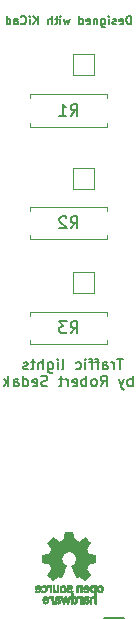
<source format=gbo>
G04 #@! TF.GenerationSoftware,KiCad,Pcbnew,6.0.5-a6ca702e91~116~ubuntu20.04.1*
G04 #@! TF.CreationDate,2022-06-20T08:29:13+02:00*
G04 #@! TF.ProjectId,traffic_lights_vehicle,74726166-6669-4635-9f6c-69676874735f,1.0*
G04 #@! TF.SameCoordinates,Original*
G04 #@! TF.FileFunction,Legend,Bot*
G04 #@! TF.FilePolarity,Positive*
%FSLAX46Y46*%
G04 Gerber Fmt 4.6, Leading zero omitted, Abs format (unit mm)*
G04 Created by KiCad (PCBNEW 6.0.5-a6ca702e91~116~ubuntu20.04.1) date 2022-06-20 08:29:13*
%MOMM*%
%LPD*%
G01*
G04 APERTURE LIST*
G04 Aperture macros list*
%AMRoundRect*
0 Rectangle with rounded corners*
0 $1 Rounding radius*
0 $2 $3 $4 $5 $6 $7 $8 $9 X,Y pos of 4 corners*
0 Add a 4 corners polygon primitive as box body*
4,1,4,$2,$3,$4,$5,$6,$7,$8,$9,$2,$3,0*
0 Add four circle primitives for the rounded corners*
1,1,$1+$1,$2,$3*
1,1,$1+$1,$4,$5*
1,1,$1+$1,$6,$7*
1,1,$1+$1,$8,$9*
0 Add four rect primitives between the rounded corners*
20,1,$1+$1,$2,$3,$4,$5,0*
20,1,$1+$1,$4,$5,$6,$7,0*
20,1,$1+$1,$6,$7,$8,$9,0*
20,1,$1+$1,$8,$9,$2,$3,0*%
G04 Aperture macros list end*
%ADD10C,0.200000*%
%ADD11C,0.150000*%
%ADD12C,0.120000*%
%ADD13C,0.010000*%
%ADD14RoundRect,0.051000X0.900000X0.900000X-0.900000X0.900000X-0.900000X-0.900000X0.900000X-0.900000X0*%
%ADD15C,1.902000*%
%ADD16RoundRect,0.051000X-0.850000X0.850000X-0.850000X-0.850000X0.850000X-0.850000X0.850000X0.850000X0*%
%ADD17O,1.802000X1.802000*%
%ADD18C,1.702000*%
%ADD19O,1.702000X1.702000*%
G04 APERTURE END LIST*
D10*
X115118571Y-75617642D02*
X114604285Y-75617642D01*
X114861428Y-76517642D02*
X114861428Y-75617642D01*
X114304285Y-76517642D02*
X114304285Y-75917642D01*
X114304285Y-76089071D02*
X114261428Y-76003357D01*
X114218571Y-75960500D01*
X114132857Y-75917642D01*
X114047142Y-75917642D01*
X113361428Y-76517642D02*
X113361428Y-76046214D01*
X113404285Y-75960500D01*
X113490000Y-75917642D01*
X113661428Y-75917642D01*
X113747142Y-75960500D01*
X113361428Y-76474785D02*
X113447142Y-76517642D01*
X113661428Y-76517642D01*
X113747142Y-76474785D01*
X113790000Y-76389071D01*
X113790000Y-76303357D01*
X113747142Y-76217642D01*
X113661428Y-76174785D01*
X113447142Y-76174785D01*
X113361428Y-76131928D01*
X113061428Y-75917642D02*
X112718571Y-75917642D01*
X112932857Y-76517642D02*
X112932857Y-75746214D01*
X112890000Y-75660500D01*
X112804285Y-75617642D01*
X112718571Y-75617642D01*
X112547142Y-75917642D02*
X112204285Y-75917642D01*
X112418571Y-76517642D02*
X112418571Y-75746214D01*
X112375714Y-75660500D01*
X112290000Y-75617642D01*
X112204285Y-75617642D01*
X111904285Y-76517642D02*
X111904285Y-75917642D01*
X111904285Y-75617642D02*
X111947142Y-75660500D01*
X111904285Y-75703357D01*
X111861428Y-75660500D01*
X111904285Y-75617642D01*
X111904285Y-75703357D01*
X111090000Y-76474785D02*
X111175714Y-76517642D01*
X111347142Y-76517642D01*
X111432857Y-76474785D01*
X111475714Y-76431928D01*
X111518571Y-76346214D01*
X111518571Y-76089071D01*
X111475714Y-76003357D01*
X111432857Y-75960500D01*
X111347142Y-75917642D01*
X111175714Y-75917642D01*
X111090000Y-75960500D01*
X109890000Y-76517642D02*
X109975714Y-76474785D01*
X110018571Y-76389071D01*
X110018571Y-75617642D01*
X109547142Y-76517642D02*
X109547142Y-75917642D01*
X109547142Y-75617642D02*
X109590000Y-75660500D01*
X109547142Y-75703357D01*
X109504285Y-75660500D01*
X109547142Y-75617642D01*
X109547142Y-75703357D01*
X108732857Y-75917642D02*
X108732857Y-76646214D01*
X108775714Y-76731928D01*
X108818571Y-76774785D01*
X108904285Y-76817642D01*
X109032857Y-76817642D01*
X109118571Y-76774785D01*
X108732857Y-76474785D02*
X108818571Y-76517642D01*
X108990000Y-76517642D01*
X109075714Y-76474785D01*
X109118571Y-76431928D01*
X109161428Y-76346214D01*
X109161428Y-76089071D01*
X109118571Y-76003357D01*
X109075714Y-75960500D01*
X108990000Y-75917642D01*
X108818571Y-75917642D01*
X108732857Y-75960500D01*
X108304285Y-76517642D02*
X108304285Y-75617642D01*
X107918571Y-76517642D02*
X107918571Y-76046214D01*
X107961428Y-75960500D01*
X108047142Y-75917642D01*
X108175714Y-75917642D01*
X108261428Y-75960500D01*
X108304285Y-76003357D01*
X107618571Y-75917642D02*
X107275714Y-75917642D01*
X107490000Y-75617642D02*
X107490000Y-76389071D01*
X107447142Y-76474785D01*
X107361428Y-76517642D01*
X107275714Y-76517642D01*
X107018571Y-76474785D02*
X106932857Y-76517642D01*
X106761428Y-76517642D01*
X106675714Y-76474785D01*
X106632857Y-76389071D01*
X106632857Y-76346214D01*
X106675714Y-76260500D01*
X106761428Y-76217642D01*
X106890000Y-76217642D01*
X106975714Y-76174785D01*
X107018571Y-76089071D01*
X107018571Y-76046214D01*
X106975714Y-75960500D01*
X106890000Y-75917642D01*
X106761428Y-75917642D01*
X106675714Y-75960500D01*
X115890000Y-77966642D02*
X115890000Y-77066642D01*
X115890000Y-77409500D02*
X115804285Y-77366642D01*
X115632857Y-77366642D01*
X115547142Y-77409500D01*
X115504285Y-77452357D01*
X115461428Y-77538071D01*
X115461428Y-77795214D01*
X115504285Y-77880928D01*
X115547142Y-77923785D01*
X115632857Y-77966642D01*
X115804285Y-77966642D01*
X115890000Y-77923785D01*
X115161428Y-77366642D02*
X114947142Y-77966642D01*
X114732857Y-77366642D02*
X114947142Y-77966642D01*
X115032857Y-78180928D01*
X115075714Y-78223785D01*
X115161428Y-78266642D01*
X113190000Y-77966642D02*
X113490000Y-77538071D01*
X113704285Y-77966642D02*
X113704285Y-77066642D01*
X113361428Y-77066642D01*
X113275714Y-77109500D01*
X113232857Y-77152357D01*
X113190000Y-77238071D01*
X113190000Y-77366642D01*
X113232857Y-77452357D01*
X113275714Y-77495214D01*
X113361428Y-77538071D01*
X113704285Y-77538071D01*
X112675714Y-77966642D02*
X112761428Y-77923785D01*
X112804285Y-77880928D01*
X112847142Y-77795214D01*
X112847142Y-77538071D01*
X112804285Y-77452357D01*
X112761428Y-77409500D01*
X112675714Y-77366642D01*
X112547142Y-77366642D01*
X112461428Y-77409500D01*
X112418571Y-77452357D01*
X112375714Y-77538071D01*
X112375714Y-77795214D01*
X112418571Y-77880928D01*
X112461428Y-77923785D01*
X112547142Y-77966642D01*
X112675714Y-77966642D01*
X111990000Y-77966642D02*
X111990000Y-77066642D01*
X111990000Y-77409500D02*
X111904285Y-77366642D01*
X111732857Y-77366642D01*
X111647142Y-77409500D01*
X111604285Y-77452357D01*
X111561428Y-77538071D01*
X111561428Y-77795214D01*
X111604285Y-77880928D01*
X111647142Y-77923785D01*
X111732857Y-77966642D01*
X111904285Y-77966642D01*
X111990000Y-77923785D01*
X110832857Y-77923785D02*
X110918571Y-77966642D01*
X111090000Y-77966642D01*
X111175714Y-77923785D01*
X111218571Y-77838071D01*
X111218571Y-77495214D01*
X111175714Y-77409500D01*
X111090000Y-77366642D01*
X110918571Y-77366642D01*
X110832857Y-77409500D01*
X110790000Y-77495214D01*
X110790000Y-77580928D01*
X111218571Y-77666642D01*
X110404285Y-77966642D02*
X110404285Y-77366642D01*
X110404285Y-77538071D02*
X110361428Y-77452357D01*
X110318571Y-77409500D01*
X110232857Y-77366642D01*
X110147142Y-77366642D01*
X109975714Y-77366642D02*
X109632857Y-77366642D01*
X109847142Y-77066642D02*
X109847142Y-77838071D01*
X109804285Y-77923785D01*
X109718571Y-77966642D01*
X109632857Y-77966642D01*
X108690000Y-77923785D02*
X108561428Y-77966642D01*
X108347142Y-77966642D01*
X108261428Y-77923785D01*
X108218571Y-77880928D01*
X108175714Y-77795214D01*
X108175714Y-77709500D01*
X108218571Y-77623785D01*
X108261428Y-77580928D01*
X108347142Y-77538071D01*
X108518571Y-77495214D01*
X108604285Y-77452357D01*
X108647142Y-77409500D01*
X108690000Y-77323785D01*
X108690000Y-77238071D01*
X108647142Y-77152357D01*
X108604285Y-77109500D01*
X108518571Y-77066642D01*
X108304285Y-77066642D01*
X108175714Y-77109500D01*
X107447142Y-77923785D02*
X107532857Y-77966642D01*
X107704285Y-77966642D01*
X107790000Y-77923785D01*
X107832857Y-77838071D01*
X107832857Y-77495214D01*
X107790000Y-77409500D01*
X107704285Y-77366642D01*
X107532857Y-77366642D01*
X107447142Y-77409500D01*
X107404285Y-77495214D01*
X107404285Y-77580928D01*
X107832857Y-77666642D01*
X106632857Y-77966642D02*
X106632857Y-77066642D01*
X106632857Y-77923785D02*
X106718571Y-77966642D01*
X106890000Y-77966642D01*
X106975714Y-77923785D01*
X107018571Y-77880928D01*
X107061428Y-77795214D01*
X107061428Y-77538071D01*
X107018571Y-77452357D01*
X106975714Y-77409500D01*
X106890000Y-77366642D01*
X106718571Y-77366642D01*
X106632857Y-77409500D01*
X105818571Y-77966642D02*
X105818571Y-77495214D01*
X105861428Y-77409500D01*
X105947142Y-77366642D01*
X106118571Y-77366642D01*
X106204285Y-77409500D01*
X105818571Y-77923785D02*
X105904285Y-77966642D01*
X106118571Y-77966642D01*
X106204285Y-77923785D01*
X106247142Y-77838071D01*
X106247142Y-77752357D01*
X106204285Y-77666642D01*
X106118571Y-77623785D01*
X105904285Y-77623785D01*
X105818571Y-77580928D01*
X105390000Y-77966642D02*
X105390000Y-77066642D01*
X105304285Y-77623785D02*
X105047142Y-77966642D01*
X105047142Y-77366642D02*
X105390000Y-77709500D01*
D11*
X115756666Y-47306666D02*
X115756666Y-46606666D01*
X115590000Y-46606666D01*
X115490000Y-46640000D01*
X115423333Y-46706666D01*
X115390000Y-46773333D01*
X115356666Y-46906666D01*
X115356666Y-47006666D01*
X115390000Y-47140000D01*
X115423333Y-47206666D01*
X115490000Y-47273333D01*
X115590000Y-47306666D01*
X115756666Y-47306666D01*
X114790000Y-47273333D02*
X114856666Y-47306666D01*
X114990000Y-47306666D01*
X115056666Y-47273333D01*
X115090000Y-47206666D01*
X115090000Y-46940000D01*
X115056666Y-46873333D01*
X114990000Y-46840000D01*
X114856666Y-46840000D01*
X114790000Y-46873333D01*
X114756666Y-46940000D01*
X114756666Y-47006666D01*
X115090000Y-47073333D01*
X114490000Y-47273333D02*
X114423333Y-47306666D01*
X114290000Y-47306666D01*
X114223333Y-47273333D01*
X114190000Y-47206666D01*
X114190000Y-47173333D01*
X114223333Y-47106666D01*
X114290000Y-47073333D01*
X114390000Y-47073333D01*
X114456666Y-47040000D01*
X114490000Y-46973333D01*
X114490000Y-46940000D01*
X114456666Y-46873333D01*
X114390000Y-46840000D01*
X114290000Y-46840000D01*
X114223333Y-46873333D01*
X113890000Y-47306666D02*
X113890000Y-46840000D01*
X113890000Y-46606666D02*
X113923333Y-46640000D01*
X113890000Y-46673333D01*
X113856666Y-46640000D01*
X113890000Y-46606666D01*
X113890000Y-46673333D01*
X113256666Y-46840000D02*
X113256666Y-47406666D01*
X113290000Y-47473333D01*
X113323333Y-47506666D01*
X113390000Y-47540000D01*
X113490000Y-47540000D01*
X113556666Y-47506666D01*
X113256666Y-47273333D02*
X113323333Y-47306666D01*
X113456666Y-47306666D01*
X113523333Y-47273333D01*
X113556666Y-47240000D01*
X113590000Y-47173333D01*
X113590000Y-46973333D01*
X113556666Y-46906666D01*
X113523333Y-46873333D01*
X113456666Y-46840000D01*
X113323333Y-46840000D01*
X113256666Y-46873333D01*
X112923333Y-46840000D02*
X112923333Y-47306666D01*
X112923333Y-46906666D02*
X112890000Y-46873333D01*
X112823333Y-46840000D01*
X112723333Y-46840000D01*
X112656666Y-46873333D01*
X112623333Y-46940000D01*
X112623333Y-47306666D01*
X112023333Y-47273333D02*
X112090000Y-47306666D01*
X112223333Y-47306666D01*
X112290000Y-47273333D01*
X112323333Y-47206666D01*
X112323333Y-46940000D01*
X112290000Y-46873333D01*
X112223333Y-46840000D01*
X112090000Y-46840000D01*
X112023333Y-46873333D01*
X111990000Y-46940000D01*
X111990000Y-47006666D01*
X112323333Y-47073333D01*
X111390000Y-47306666D02*
X111390000Y-46606666D01*
X111390000Y-47273333D02*
X111456666Y-47306666D01*
X111590000Y-47306666D01*
X111656666Y-47273333D01*
X111690000Y-47240000D01*
X111723333Y-47173333D01*
X111723333Y-46973333D01*
X111690000Y-46906666D01*
X111656666Y-46873333D01*
X111590000Y-46840000D01*
X111456666Y-46840000D01*
X111390000Y-46873333D01*
X110590000Y-46840000D02*
X110456666Y-47306666D01*
X110323333Y-46973333D01*
X110190000Y-47306666D01*
X110056666Y-46840000D01*
X109790000Y-47306666D02*
X109790000Y-46840000D01*
X109790000Y-46606666D02*
X109823333Y-46640000D01*
X109790000Y-46673333D01*
X109756666Y-46640000D01*
X109790000Y-46606666D01*
X109790000Y-46673333D01*
X109556666Y-46840000D02*
X109290000Y-46840000D01*
X109456666Y-46606666D02*
X109456666Y-47206666D01*
X109423333Y-47273333D01*
X109356666Y-47306666D01*
X109290000Y-47306666D01*
X109056666Y-47306666D02*
X109056666Y-46606666D01*
X108756666Y-47306666D02*
X108756666Y-46940000D01*
X108790000Y-46873333D01*
X108856666Y-46840000D01*
X108956666Y-46840000D01*
X109023333Y-46873333D01*
X109056666Y-46906666D01*
X107890000Y-47306666D02*
X107890000Y-46606666D01*
X107490000Y-47306666D02*
X107790000Y-46906666D01*
X107490000Y-46606666D02*
X107890000Y-47006666D01*
X107190000Y-47306666D02*
X107190000Y-46840000D01*
X107190000Y-46606666D02*
X107223333Y-46640000D01*
X107190000Y-46673333D01*
X107156666Y-46640000D01*
X107190000Y-46606666D01*
X107190000Y-46673333D01*
X106456666Y-47240000D02*
X106490000Y-47273333D01*
X106590000Y-47306666D01*
X106656666Y-47306666D01*
X106756666Y-47273333D01*
X106823333Y-47206666D01*
X106856666Y-47140000D01*
X106890000Y-47006666D01*
X106890000Y-46906666D01*
X106856666Y-46773333D01*
X106823333Y-46706666D01*
X106756666Y-46640000D01*
X106656666Y-46606666D01*
X106590000Y-46606666D01*
X106490000Y-46640000D01*
X106456666Y-46673333D01*
X105856666Y-47306666D02*
X105856666Y-46940000D01*
X105890000Y-46873333D01*
X105956666Y-46840000D01*
X106090000Y-46840000D01*
X106156666Y-46873333D01*
X105856666Y-47273333D02*
X105923333Y-47306666D01*
X106090000Y-47306666D01*
X106156666Y-47273333D01*
X106190000Y-47206666D01*
X106190000Y-47140000D01*
X106156666Y-47073333D01*
X106090000Y-47040000D01*
X105923333Y-47040000D01*
X105856666Y-47006666D01*
X105223333Y-47306666D02*
X105223333Y-46606666D01*
X105223333Y-47273333D02*
X105290000Y-47306666D01*
X105423333Y-47306666D01*
X105490000Y-47273333D01*
X105523333Y-47240000D01*
X105556666Y-47173333D01*
X105556666Y-46973333D01*
X105523333Y-46906666D01*
X105490000Y-46873333D01*
X105423333Y-46840000D01*
X105290000Y-46840000D01*
X105223333Y-46873333D01*
X110656666Y-55062380D02*
X110990000Y-54586190D01*
X111228095Y-55062380D02*
X111228095Y-54062380D01*
X110847142Y-54062380D01*
X110751904Y-54110000D01*
X110704285Y-54157619D01*
X110656666Y-54252857D01*
X110656666Y-54395714D01*
X110704285Y-54490952D01*
X110751904Y-54538571D01*
X110847142Y-54586190D01*
X111228095Y-54586190D01*
X109704285Y-55062380D02*
X110275714Y-55062380D01*
X109990000Y-55062380D02*
X109990000Y-54062380D01*
X110085238Y-54205238D01*
X110180476Y-54300476D01*
X110275714Y-54348095D01*
X110656666Y-64587380D02*
X110990000Y-64111190D01*
X111228095Y-64587380D02*
X111228095Y-63587380D01*
X110847142Y-63587380D01*
X110751904Y-63635000D01*
X110704285Y-63682619D01*
X110656666Y-63777857D01*
X110656666Y-63920714D01*
X110704285Y-64015952D01*
X110751904Y-64063571D01*
X110847142Y-64111190D01*
X111228095Y-64111190D01*
X110275714Y-63682619D02*
X110228095Y-63635000D01*
X110132857Y-63587380D01*
X109894761Y-63587380D01*
X109799523Y-63635000D01*
X109751904Y-63682619D01*
X109704285Y-63777857D01*
X109704285Y-63873095D01*
X109751904Y-64015952D01*
X110323333Y-64587380D01*
X109704285Y-64587380D01*
X110656666Y-73477380D02*
X110990000Y-73001190D01*
X111228095Y-73477380D02*
X111228095Y-72477380D01*
X110847142Y-72477380D01*
X110751904Y-72525000D01*
X110704285Y-72572619D01*
X110656666Y-72667857D01*
X110656666Y-72810714D01*
X110704285Y-72905952D01*
X110751904Y-72953571D01*
X110847142Y-73001190D01*
X111228095Y-73001190D01*
X110323333Y-72477380D02*
X109704285Y-72477380D01*
X110037619Y-72858333D01*
X109894761Y-72858333D01*
X109799523Y-72905952D01*
X109751904Y-72953571D01*
X109704285Y-73048809D01*
X109704285Y-73286904D01*
X109751904Y-73382142D01*
X109799523Y-73429761D01*
X109894761Y-73477380D01*
X110180476Y-73477380D01*
X110275714Y-73429761D01*
X110323333Y-73382142D01*
D12*
X113760000Y-55650000D02*
X113760000Y-55980000D01*
X113760000Y-53570000D02*
X113760000Y-53240000D01*
X113760000Y-55980000D02*
X107220000Y-55980000D01*
X107220000Y-55980000D02*
X107220000Y-55650000D01*
X113760000Y-53240000D02*
X107220000Y-53240000D01*
X107220000Y-53240000D02*
X107220000Y-53570000D01*
X107220000Y-62765000D02*
X113760000Y-62765000D01*
X107220000Y-65175000D02*
X107220000Y-65505000D01*
X107220000Y-63095000D02*
X107220000Y-62765000D01*
X107220000Y-65505000D02*
X113760000Y-65505000D01*
X113760000Y-65505000D02*
X113760000Y-65175000D01*
X113760000Y-62765000D02*
X113760000Y-63095000D01*
X113760000Y-74065000D02*
X113760000Y-74395000D01*
X113760000Y-71985000D02*
X113760000Y-71655000D01*
X107220000Y-74395000D02*
X107220000Y-74065000D01*
X113760000Y-74395000D02*
X107220000Y-74395000D01*
X107220000Y-71655000D02*
X107220000Y-71985000D01*
X113760000Y-71655000D02*
X107220000Y-71655000D01*
G36*
X111583960Y-96362822D02*
G01*
X111458218Y-96362822D01*
X111458218Y-96168740D01*
X111458078Y-96123594D01*
X111456649Y-96048823D01*
X111453029Y-95993467D01*
X111446434Y-95953702D01*
X111436079Y-95925700D01*
X111421178Y-95905635D01*
X111400946Y-95889681D01*
X111378859Y-95877792D01*
X111352705Y-95874421D01*
X111315508Y-95881917D01*
X111303555Y-95885038D01*
X111273718Y-95889735D01*
X111252383Y-95883005D01*
X111227655Y-95862177D01*
X111222963Y-95857647D01*
X111197020Y-95829626D01*
X111180291Y-95806843D01*
X111177996Y-95801355D01*
X111182543Y-95781088D01*
X111205602Y-95764884D01*
X111241995Y-95753513D01*
X111286544Y-95747740D01*
X111334072Y-95748334D01*
X111379400Y-95756063D01*
X111417351Y-95771694D01*
X111429381Y-95778993D01*
X111449632Y-95789676D01*
X111457129Y-95787230D01*
X111458218Y-95771647D01*
X111458473Y-95766053D01*
X111464539Y-95753660D01*
X111483356Y-95748020D01*
X111521089Y-95746683D01*
X111583960Y-95746683D01*
X111583960Y-96362822D01*
G37*
D13*
X111583960Y-96362822D02*
X111458218Y-96362822D01*
X111458218Y-96168740D01*
X111458078Y-96123594D01*
X111456649Y-96048823D01*
X111453029Y-95993467D01*
X111446434Y-95953702D01*
X111436079Y-95925700D01*
X111421178Y-95905635D01*
X111400946Y-95889681D01*
X111378859Y-95877792D01*
X111352705Y-95874421D01*
X111315508Y-95881917D01*
X111303555Y-95885038D01*
X111273718Y-95889735D01*
X111252383Y-95883005D01*
X111227655Y-95862177D01*
X111222963Y-95857647D01*
X111197020Y-95829626D01*
X111180291Y-95806843D01*
X111177996Y-95801355D01*
X111182543Y-95781088D01*
X111205602Y-95764884D01*
X111241995Y-95753513D01*
X111286544Y-95747740D01*
X111334072Y-95748334D01*
X111379400Y-95756063D01*
X111417351Y-95771694D01*
X111429381Y-95778993D01*
X111449632Y-95789676D01*
X111457129Y-95787230D01*
X111458218Y-95771647D01*
X111458473Y-95766053D01*
X111464539Y-95753660D01*
X111483356Y-95748020D01*
X111521089Y-95746683D01*
X111583960Y-95746683D01*
X111583960Y-96362822D01*
G36*
X110322997Y-95944130D02*
G01*
X110339997Y-95994850D01*
X110360107Y-96050997D01*
X110376899Y-96093532D01*
X110388986Y-96118990D01*
X110394980Y-96123903D01*
X110396426Y-96119630D01*
X110404254Y-96093422D01*
X110416723Y-96049649D01*
X110432447Y-95993211D01*
X110450043Y-95929010D01*
X110497914Y-95752971D01*
X110571007Y-95749152D01*
X110577177Y-95748846D01*
X110616592Y-95748441D01*
X110635533Y-95752487D01*
X110637945Y-95761726D01*
X110634898Y-95770749D01*
X110624874Y-95801632D01*
X110609180Y-95850544D01*
X110588934Y-95913987D01*
X110565256Y-95988462D01*
X110539263Y-96070471D01*
X110446736Y-96362822D01*
X110330993Y-96362822D01*
X110276457Y-96177352D01*
X110266386Y-96143294D01*
X110247775Y-96081378D01*
X110231872Y-96029787D01*
X110220109Y-95993130D01*
X110213918Y-95976018D01*
X110212154Y-95974741D01*
X110203571Y-95985779D01*
X110191316Y-96014969D01*
X110177426Y-96057750D01*
X110176692Y-96060263D01*
X110158096Y-96123400D01*
X110136818Y-96194889D01*
X110117321Y-96259734D01*
X110085705Y-96364122D01*
X110027402Y-96360328D01*
X109969098Y-96356535D01*
X109915098Y-96186782D01*
X109891390Y-96112193D01*
X109864833Y-96028539D01*
X109839404Y-95948342D01*
X109818354Y-95881857D01*
X109775609Y-95746683D01*
X109918612Y-95746683D01*
X109953274Y-95875570D01*
X109962488Y-95909625D01*
X109979915Y-95973115D01*
X109996054Y-96030874D01*
X110008322Y-96073614D01*
X110028709Y-96142773D01*
X110158745Y-95752971D01*
X110208476Y-95749237D01*
X110258206Y-95745504D01*
X110322997Y-95944130D01*
G37*
X110322997Y-95944130D02*
X110339997Y-95994850D01*
X110360107Y-96050997D01*
X110376899Y-96093532D01*
X110388986Y-96118990D01*
X110394980Y-96123903D01*
X110396426Y-96119630D01*
X110404254Y-96093422D01*
X110416723Y-96049649D01*
X110432447Y-95993211D01*
X110450043Y-95929010D01*
X110497914Y-95752971D01*
X110571007Y-95749152D01*
X110577177Y-95748846D01*
X110616592Y-95748441D01*
X110635533Y-95752487D01*
X110637945Y-95761726D01*
X110634898Y-95770749D01*
X110624874Y-95801632D01*
X110609180Y-95850544D01*
X110588934Y-95913987D01*
X110565256Y-95988462D01*
X110539263Y-96070471D01*
X110446736Y-96362822D01*
X110330993Y-96362822D01*
X110276457Y-96177352D01*
X110266386Y-96143294D01*
X110247775Y-96081378D01*
X110231872Y-96029787D01*
X110220109Y-95993130D01*
X110213918Y-95976018D01*
X110212154Y-95974741D01*
X110203571Y-95985779D01*
X110191316Y-96014969D01*
X110177426Y-96057750D01*
X110176692Y-96060263D01*
X110158096Y-96123400D01*
X110136818Y-96194889D01*
X110117321Y-96259734D01*
X110085705Y-96364122D01*
X110027402Y-96360328D01*
X109969098Y-96356535D01*
X109915098Y-96186782D01*
X109891390Y-96112193D01*
X109864833Y-96028539D01*
X109839404Y-95948342D01*
X109818354Y-95881857D01*
X109775609Y-95746683D01*
X109918612Y-95746683D01*
X109953274Y-95875570D01*
X109962488Y-95909625D01*
X109979915Y-95973115D01*
X109996054Y-96030874D01*
X110008322Y-96073614D01*
X110028709Y-96142773D01*
X110158745Y-95752971D01*
X110208476Y-95749237D01*
X110258206Y-95745504D01*
X110322997Y-95944130D01*
G36*
X108107825Y-95161121D02*
G01*
X108107615Y-95163014D01*
X108089535Y-95251325D01*
X108056870Y-95319986D01*
X108008601Y-95370506D01*
X107943713Y-95404393D01*
X107931801Y-95408268D01*
X107857971Y-95419688D01*
X107781614Y-95413320D01*
X107710626Y-95390563D01*
X107652904Y-95352819D01*
X107609667Y-95312872D01*
X107655625Y-95276532D01*
X107701583Y-95240193D01*
X107756969Y-95267101D01*
X107821056Y-95288905D01*
X107877632Y-95289558D01*
X107923920Y-95269525D01*
X107957230Y-95229315D01*
X107969171Y-95205222D01*
X107975837Y-95184630D01*
X107971980Y-95170720D01*
X107954675Y-95162181D01*
X107920997Y-95157704D01*
X107868021Y-95155978D01*
X107792822Y-95155693D01*
X107610495Y-95155693D01*
X107610495Y-95068492D01*
X107611857Y-95030210D01*
X107740234Y-95030210D01*
X107746399Y-95037251D01*
X107764654Y-95040916D01*
X107799352Y-95042306D01*
X107854846Y-95042525D01*
X107884603Y-95042176D01*
X107931562Y-95039867D01*
X107963416Y-95035822D01*
X107975148Y-95030542D01*
X107972146Y-95011062D01*
X107950988Y-94973786D01*
X107915731Y-94943164D01*
X107873699Y-94924668D01*
X107832220Y-94923773D01*
X107800997Y-94938604D01*
X107765618Y-94972355D01*
X107743122Y-95014233D01*
X107741805Y-95018690D01*
X107740234Y-95030210D01*
X107611857Y-95030210D01*
X107612136Y-95022371D01*
X107616955Y-94976740D01*
X107623840Y-94945893D01*
X107628859Y-94934117D01*
X107665390Y-94881667D01*
X107718175Y-94837921D01*
X107779904Y-94809279D01*
X107812102Y-94801457D01*
X107888820Y-94797896D01*
X107957179Y-94816009D01*
X108015299Y-94853779D01*
X108061302Y-94909191D01*
X108093310Y-94980229D01*
X108102900Y-95030542D01*
X108109444Y-95064878D01*
X108107825Y-95161121D01*
G37*
X108107825Y-95161121D02*
X108107615Y-95163014D01*
X108089535Y-95251325D01*
X108056870Y-95319986D01*
X108008601Y-95370506D01*
X107943713Y-95404393D01*
X107931801Y-95408268D01*
X107857971Y-95419688D01*
X107781614Y-95413320D01*
X107710626Y-95390563D01*
X107652904Y-95352819D01*
X107609667Y-95312872D01*
X107655625Y-95276532D01*
X107701583Y-95240193D01*
X107756969Y-95267101D01*
X107821056Y-95288905D01*
X107877632Y-95289558D01*
X107923920Y-95269525D01*
X107957230Y-95229315D01*
X107969171Y-95205222D01*
X107975837Y-95184630D01*
X107971980Y-95170720D01*
X107954675Y-95162181D01*
X107920997Y-95157704D01*
X107868021Y-95155978D01*
X107792822Y-95155693D01*
X107610495Y-95155693D01*
X107610495Y-95068492D01*
X107611857Y-95030210D01*
X107740234Y-95030210D01*
X107746399Y-95037251D01*
X107764654Y-95040916D01*
X107799352Y-95042306D01*
X107854846Y-95042525D01*
X107884603Y-95042176D01*
X107931562Y-95039867D01*
X107963416Y-95035822D01*
X107975148Y-95030542D01*
X107972146Y-95011062D01*
X107950988Y-94973786D01*
X107915731Y-94943164D01*
X107873699Y-94924668D01*
X107832220Y-94923773D01*
X107800997Y-94938604D01*
X107765618Y-94972355D01*
X107743122Y-95014233D01*
X107741805Y-95018690D01*
X107740234Y-95030210D01*
X107611857Y-95030210D01*
X107612136Y-95022371D01*
X107616955Y-94976740D01*
X107623840Y-94945893D01*
X107628859Y-94934117D01*
X107665390Y-94881667D01*
X107718175Y-94837921D01*
X107779904Y-94809279D01*
X107812102Y-94801457D01*
X107888820Y-94797896D01*
X107957179Y-94816009D01*
X108015299Y-94853779D01*
X108061302Y-94909191D01*
X108093310Y-94980229D01*
X108102900Y-95030542D01*
X108109444Y-95064878D01*
X108107825Y-95161121D01*
G36*
X111372605Y-94802424D02*
G01*
X111429926Y-94820434D01*
X111455199Y-94832674D01*
X111467910Y-94833938D01*
X111470792Y-94822798D01*
X111470795Y-94822461D01*
X111477006Y-94811087D01*
X111498428Y-94805256D01*
X111539950Y-94803614D01*
X111609109Y-94803614D01*
X111609109Y-95407179D01*
X111470792Y-95407179D01*
X111470792Y-95199132D01*
X111470697Y-95128879D01*
X111470051Y-95071170D01*
X111468320Y-95030787D01*
X111464974Y-95003615D01*
X111459481Y-94985540D01*
X111451310Y-94972447D01*
X111439928Y-94960221D01*
X111424424Y-94947217D01*
X111379843Y-94929745D01*
X111333047Y-94934873D01*
X111290180Y-94962507D01*
X111277927Y-94975368D01*
X111269132Y-94988384D01*
X111263233Y-95005706D01*
X111259651Y-95031501D01*
X111257809Y-95069939D01*
X111257128Y-95125189D01*
X111257030Y-95201418D01*
X111257030Y-95407179D01*
X111118713Y-95407179D01*
X111118989Y-95183985D01*
X111119008Y-95174044D01*
X111120207Y-95079106D01*
X111123891Y-95005358D01*
X111131006Y-94949214D01*
X111142500Y-94907087D01*
X111159318Y-94875391D01*
X111182409Y-94850541D01*
X111212717Y-94828950D01*
X111244012Y-94814002D01*
X111307037Y-94800421D01*
X111372605Y-94802424D01*
G37*
X111372605Y-94802424D02*
X111429926Y-94820434D01*
X111455199Y-94832674D01*
X111467910Y-94833938D01*
X111470792Y-94822798D01*
X111470795Y-94822461D01*
X111477006Y-94811087D01*
X111498428Y-94805256D01*
X111539950Y-94803614D01*
X111609109Y-94803614D01*
X111609109Y-95407179D01*
X111470792Y-95407179D01*
X111470792Y-95199132D01*
X111470697Y-95128879D01*
X111470051Y-95071170D01*
X111468320Y-95030787D01*
X111464974Y-95003615D01*
X111459481Y-94985540D01*
X111451310Y-94972447D01*
X111439928Y-94960221D01*
X111424424Y-94947217D01*
X111379843Y-94929745D01*
X111333047Y-94934873D01*
X111290180Y-94962507D01*
X111277927Y-94975368D01*
X111269132Y-94988384D01*
X111263233Y-95005706D01*
X111259651Y-95031501D01*
X111257809Y-95069939D01*
X111257128Y-95125189D01*
X111257030Y-95201418D01*
X111257030Y-95407179D01*
X111118713Y-95407179D01*
X111118989Y-95183985D01*
X111119008Y-95174044D01*
X111120207Y-95079106D01*
X111123891Y-95005358D01*
X111131006Y-94949214D01*
X111142500Y-94907087D01*
X111159318Y-94875391D01*
X111182409Y-94850541D01*
X111212717Y-94828950D01*
X111244012Y-94814002D01*
X111307037Y-94800421D01*
X111372605Y-94802424D01*
G36*
X108423409Y-94806493D02*
G01*
X108492021Y-94833224D01*
X108550048Y-94877351D01*
X108592907Y-94937958D01*
X108595801Y-94944137D01*
X108614176Y-95004409D01*
X108623357Y-95076407D01*
X108623285Y-95151369D01*
X108613901Y-95220536D01*
X108595149Y-95275149D01*
X108571995Y-95313212D01*
X108521030Y-95367135D01*
X108457306Y-95401411D01*
X108402785Y-95415272D01*
X108319767Y-95416785D01*
X108240326Y-95395882D01*
X108169879Y-95353464D01*
X108124284Y-95315880D01*
X108165351Y-95273510D01*
X108191296Y-95248409D01*
X108214764Y-95234434D01*
X108236524Y-95237511D01*
X108264356Y-95256287D01*
X108275454Y-95263638D01*
X108322337Y-95278683D01*
X108376224Y-95278673D01*
X108426675Y-95263168D01*
X108445672Y-95250716D01*
X108473537Y-95213946D01*
X108487506Y-95159939D01*
X108488405Y-95086331D01*
X108488403Y-95086289D01*
X108478009Y-95020433D01*
X108455114Y-94974772D01*
X108417439Y-94946528D01*
X108362708Y-94932920D01*
X108328241Y-94931090D01*
X108298126Y-94938584D01*
X108267240Y-94960295D01*
X108227272Y-94993926D01*
X108176656Y-94953250D01*
X108158163Y-94937667D01*
X108135065Y-94915340D01*
X108126039Y-94902183D01*
X108129236Y-94896253D01*
X108147646Y-94878048D01*
X108176973Y-94854895D01*
X108199920Y-94839830D01*
X108272774Y-94808880D01*
X108348799Y-94798073D01*
X108423409Y-94806493D01*
G37*
X108423409Y-94806493D02*
X108492021Y-94833224D01*
X108550048Y-94877351D01*
X108592907Y-94937958D01*
X108595801Y-94944137D01*
X108614176Y-95004409D01*
X108623357Y-95076407D01*
X108623285Y-95151369D01*
X108613901Y-95220536D01*
X108595149Y-95275149D01*
X108571995Y-95313212D01*
X108521030Y-95367135D01*
X108457306Y-95401411D01*
X108402785Y-95415272D01*
X108319767Y-95416785D01*
X108240326Y-95395882D01*
X108169879Y-95353464D01*
X108124284Y-95315880D01*
X108165351Y-95273510D01*
X108191296Y-95248409D01*
X108214764Y-95234434D01*
X108236524Y-95237511D01*
X108264356Y-95256287D01*
X108275454Y-95263638D01*
X108322337Y-95278683D01*
X108376224Y-95278673D01*
X108426675Y-95263168D01*
X108445672Y-95250716D01*
X108473537Y-95213946D01*
X108487506Y-95159939D01*
X108488405Y-95086331D01*
X108488403Y-95086289D01*
X108478009Y-95020433D01*
X108455114Y-94974772D01*
X108417439Y-94946528D01*
X108362708Y-94932920D01*
X108328241Y-94931090D01*
X108298126Y-94938584D01*
X108267240Y-94960295D01*
X108227272Y-94993926D01*
X108176656Y-94953250D01*
X108158163Y-94937667D01*
X108135065Y-94915340D01*
X108126039Y-94902183D01*
X108129236Y-94896253D01*
X108147646Y-94878048D01*
X108176973Y-94854895D01*
X108199920Y-94839830D01*
X108272774Y-94808880D01*
X108348799Y-94798073D01*
X108423409Y-94806493D01*
G36*
X108777128Y-94798945D02*
G01*
X108807954Y-94808568D01*
X108845916Y-94824563D01*
X108864296Y-94833159D01*
X108877561Y-94834713D01*
X108880495Y-94822798D01*
X108880498Y-94822461D01*
X108886709Y-94811087D01*
X108908131Y-94805256D01*
X108949653Y-94803614D01*
X109018812Y-94803614D01*
X109018812Y-95407179D01*
X108880495Y-95407179D01*
X108880495Y-94991027D01*
X108846110Y-94959161D01*
X108835368Y-94950104D01*
X108803370Y-94934630D01*
X108763965Y-94934010D01*
X108710312Y-94947664D01*
X108692225Y-94948529D01*
X108671008Y-94935283D01*
X108642768Y-94903800D01*
X108629069Y-94886385D01*
X108612868Y-94861797D01*
X108610371Y-94846145D01*
X108619442Y-94832941D01*
X108647289Y-94816245D01*
X108690540Y-94803030D01*
X108737464Y-94796478D01*
X108777128Y-94798945D01*
G37*
X108777128Y-94798945D02*
X108807954Y-94808568D01*
X108845916Y-94824563D01*
X108864296Y-94833159D01*
X108877561Y-94834713D01*
X108880495Y-94822798D01*
X108880498Y-94822461D01*
X108886709Y-94811087D01*
X108908131Y-94805256D01*
X108949653Y-94803614D01*
X109018812Y-94803614D01*
X109018812Y-95407179D01*
X108880495Y-95407179D01*
X108880495Y-94991027D01*
X108846110Y-94959161D01*
X108835368Y-94950104D01*
X108803370Y-94934630D01*
X108763965Y-94934010D01*
X108710312Y-94947664D01*
X108692225Y-94948529D01*
X108671008Y-94935283D01*
X108642768Y-94903800D01*
X108629069Y-94886385D01*
X108612868Y-94861797D01*
X108610371Y-94846145D01*
X108619442Y-94832941D01*
X108647289Y-94816245D01*
X108690540Y-94803030D01*
X108737464Y-94796478D01*
X108777128Y-94798945D01*
G36*
X109764244Y-96254419D02*
G01*
X109731277Y-96303255D01*
X109681270Y-96338386D01*
X109676362Y-96340521D01*
X109621646Y-96355903D01*
X109559993Y-96361899D01*
X109501376Y-96358233D01*
X109455767Y-96344629D01*
X109437549Y-96335754D01*
X109424179Y-96333637D01*
X109421188Y-96344706D01*
X109415524Y-96354942D01*
X109393607Y-96361038D01*
X109351068Y-96362822D01*
X109280948Y-96362822D01*
X109284680Y-96142773D01*
X109421188Y-96142773D01*
X109425924Y-96175666D01*
X109446336Y-96211931D01*
X109453871Y-96218597D01*
X109484753Y-96232620D01*
X109531213Y-96236228D01*
X109559090Y-96234819D01*
X109611255Y-96224204D01*
X109643587Y-96204425D01*
X109654492Y-96176824D01*
X109642374Y-96142743D01*
X109635304Y-96133824D01*
X109603724Y-96113818D01*
X109553744Y-96102395D01*
X109482487Y-96098763D01*
X109421188Y-96098763D01*
X109421188Y-96142773D01*
X109284680Y-96142773D01*
X109285053Y-96120768D01*
X109286169Y-96064794D01*
X109289106Y-95980996D01*
X109294058Y-95916920D01*
X109302002Y-95869073D01*
X109313917Y-95833962D01*
X109330780Y-95808093D01*
X109353572Y-95787974D01*
X109383269Y-95770110D01*
X109398589Y-95763290D01*
X109451589Y-95750417D01*
X109515513Y-95745095D01*
X109581602Y-95747227D01*
X109641099Y-95756714D01*
X109685247Y-95773461D01*
X109700604Y-95783185D01*
X109735960Y-95812005D01*
X109747926Y-95836137D01*
X109745020Y-95840800D01*
X109726909Y-95857088D01*
X109697672Y-95878817D01*
X109682725Y-95888987D01*
X109657270Y-95903397D01*
X109640728Y-95904773D01*
X109625370Y-95894827D01*
X109587094Y-95874684D01*
X109535590Y-95866400D01*
X109482957Y-95872742D01*
X109481961Y-95873030D01*
X109444838Y-95889158D01*
X109426463Y-95914405D01*
X109421380Y-95956158D01*
X109421188Y-95995879D01*
X109552423Y-96000168D01*
X109573331Y-96000873D01*
X109626043Y-96003326D01*
X109661381Y-96007180D01*
X109685267Y-96013878D01*
X109703624Y-96024864D01*
X109722376Y-96041580D01*
X109753337Y-96080244D01*
X109776029Y-96137456D01*
X109778254Y-96176824D01*
X109779413Y-96197333D01*
X109764244Y-96254419D01*
G37*
X109764244Y-96254419D02*
X109731277Y-96303255D01*
X109681270Y-96338386D01*
X109676362Y-96340521D01*
X109621646Y-96355903D01*
X109559993Y-96361899D01*
X109501376Y-96358233D01*
X109455767Y-96344629D01*
X109437549Y-96335754D01*
X109424179Y-96333637D01*
X109421188Y-96344706D01*
X109415524Y-96354942D01*
X109393607Y-96361038D01*
X109351068Y-96362822D01*
X109280948Y-96362822D01*
X109284680Y-96142773D01*
X109421188Y-96142773D01*
X109425924Y-96175666D01*
X109446336Y-96211931D01*
X109453871Y-96218597D01*
X109484753Y-96232620D01*
X109531213Y-96236228D01*
X109559090Y-96234819D01*
X109611255Y-96224204D01*
X109643587Y-96204425D01*
X109654492Y-96176824D01*
X109642374Y-96142743D01*
X109635304Y-96133824D01*
X109603724Y-96113818D01*
X109553744Y-96102395D01*
X109482487Y-96098763D01*
X109421188Y-96098763D01*
X109421188Y-96142773D01*
X109284680Y-96142773D01*
X109285053Y-96120768D01*
X109286169Y-96064794D01*
X109289106Y-95980996D01*
X109294058Y-95916920D01*
X109302002Y-95869073D01*
X109313917Y-95833962D01*
X109330780Y-95808093D01*
X109353572Y-95787974D01*
X109383269Y-95770110D01*
X109398589Y-95763290D01*
X109451589Y-95750417D01*
X109515513Y-95745095D01*
X109581602Y-95747227D01*
X109641099Y-95756714D01*
X109685247Y-95773461D01*
X109700604Y-95783185D01*
X109735960Y-95812005D01*
X109747926Y-95836137D01*
X109745020Y-95840800D01*
X109726909Y-95857088D01*
X109697672Y-95878817D01*
X109682725Y-95888987D01*
X109657270Y-95903397D01*
X109640728Y-95904773D01*
X109625370Y-95894827D01*
X109587094Y-95874684D01*
X109535590Y-95866400D01*
X109482957Y-95872742D01*
X109481961Y-95873030D01*
X109444838Y-95889158D01*
X109426463Y-95914405D01*
X109421380Y-95956158D01*
X109421188Y-95995879D01*
X109552423Y-96000168D01*
X109573331Y-96000873D01*
X109626043Y-96003326D01*
X109661381Y-96007180D01*
X109685267Y-96013878D01*
X109703624Y-96024864D01*
X109722376Y-96041580D01*
X109753337Y-96080244D01*
X109776029Y-96137456D01*
X109778254Y-96176824D01*
X109779413Y-96197333D01*
X109764244Y-96254419D01*
G36*
X112201421Y-95117936D02*
G01*
X112200322Y-95156371D01*
X112187926Y-95240367D01*
X112160608Y-95306595D01*
X112116941Y-95357784D01*
X112055495Y-95396663D01*
X111995888Y-95414812D01*
X111921110Y-95418284D01*
X111845664Y-95404930D01*
X111778366Y-95375425D01*
X111753428Y-95359012D01*
X111725951Y-95337973D01*
X111713414Y-95324129D01*
X111714124Y-95318417D01*
X111728158Y-95298955D01*
X111754533Y-95275376D01*
X111800240Y-95240513D01*
X111853799Y-95267262D01*
X111868282Y-95273882D01*
X111910916Y-95288273D01*
X111946649Y-95294010D01*
X111972998Y-95289282D01*
X112014347Y-95266514D01*
X112049104Y-95231170D01*
X112068983Y-95190273D01*
X112077083Y-95155693D01*
X111697129Y-95155693D01*
X111697199Y-95089679D01*
X111697774Y-95068757D01*
X111701972Y-95023862D01*
X111835445Y-95023862D01*
X111835690Y-95026434D01*
X111842604Y-95034443D01*
X111862141Y-95039364D01*
X111898467Y-95041843D01*
X111955748Y-95042525D01*
X111974575Y-95042517D01*
X112023470Y-95042065D01*
X112052863Y-95040113D01*
X112067115Y-95035558D01*
X112070582Y-95027299D01*
X112067625Y-95014233D01*
X112067173Y-95012752D01*
X112041699Y-94967285D01*
X112001539Y-94935981D01*
X111953651Y-94924327D01*
X111935949Y-94925259D01*
X111903094Y-94936408D01*
X111871575Y-94964763D01*
X111863085Y-94974789D01*
X111843336Y-95003423D01*
X111835445Y-95023862D01*
X111701972Y-95023862D01*
X111702512Y-95018091D01*
X111710459Y-94976166D01*
X111719168Y-94952696D01*
X111749790Y-94901646D01*
X111790799Y-94855283D01*
X111834168Y-94823514D01*
X111846699Y-94817614D01*
X111919661Y-94798046D01*
X111994168Y-94800109D01*
X112064217Y-94822931D01*
X112123807Y-94865639D01*
X112156038Y-94905025D01*
X112182392Y-94960510D01*
X112196482Y-95027299D01*
X112197022Y-95029861D01*
X112201421Y-95117936D01*
G37*
X112201421Y-95117936D02*
X112200322Y-95156371D01*
X112187926Y-95240367D01*
X112160608Y-95306595D01*
X112116941Y-95357784D01*
X112055495Y-95396663D01*
X111995888Y-95414812D01*
X111921110Y-95418284D01*
X111845664Y-95404930D01*
X111778366Y-95375425D01*
X111753428Y-95359012D01*
X111725951Y-95337973D01*
X111713414Y-95324129D01*
X111714124Y-95318417D01*
X111728158Y-95298955D01*
X111754533Y-95275376D01*
X111800240Y-95240513D01*
X111853799Y-95267262D01*
X111868282Y-95273882D01*
X111910916Y-95288273D01*
X111946649Y-95294010D01*
X111972998Y-95289282D01*
X112014347Y-95266514D01*
X112049104Y-95231170D01*
X112068983Y-95190273D01*
X112077083Y-95155693D01*
X111697129Y-95155693D01*
X111697199Y-95089679D01*
X111697774Y-95068757D01*
X111701972Y-95023862D01*
X111835445Y-95023862D01*
X111835690Y-95026434D01*
X111842604Y-95034443D01*
X111862141Y-95039364D01*
X111898467Y-95041843D01*
X111955748Y-95042525D01*
X111974575Y-95042517D01*
X112023470Y-95042065D01*
X112052863Y-95040113D01*
X112067115Y-95035558D01*
X112070582Y-95027299D01*
X112067625Y-95014233D01*
X112067173Y-95012752D01*
X112041699Y-94967285D01*
X112001539Y-94935981D01*
X111953651Y-94924327D01*
X111935949Y-94925259D01*
X111903094Y-94936408D01*
X111871575Y-94964763D01*
X111863085Y-94974789D01*
X111843336Y-95003423D01*
X111835445Y-95023862D01*
X111701972Y-95023862D01*
X111702512Y-95018091D01*
X111710459Y-94976166D01*
X111719168Y-94952696D01*
X111749790Y-94901646D01*
X111790799Y-94855283D01*
X111834168Y-94823514D01*
X111846699Y-94817614D01*
X111919661Y-94798046D01*
X111994168Y-94800109D01*
X112064217Y-94822931D01*
X112123807Y-94865639D01*
X112156038Y-94905025D01*
X112182392Y-94960510D01*
X112196482Y-95027299D01*
X112197022Y-95029861D01*
X112201421Y-95117936D01*
G36*
X110854389Y-90635018D02*
G01*
X110911237Y-90936570D01*
X111121001Y-91023041D01*
X111330764Y-91109512D01*
X111582410Y-90938395D01*
X111632216Y-90904661D01*
X111698244Y-90860381D01*
X111755410Y-90822561D01*
X111800744Y-90793142D01*
X111831280Y-90774067D01*
X111844046Y-90767278D01*
X111851887Y-90772106D01*
X111875325Y-90792339D01*
X111910794Y-90825543D01*
X111955289Y-90868670D01*
X112005805Y-90918670D01*
X112059336Y-90972495D01*
X112112877Y-91027095D01*
X112163423Y-91079423D01*
X112207968Y-91126428D01*
X112243507Y-91165063D01*
X112267034Y-91192278D01*
X112275544Y-91205024D01*
X112273565Y-91210500D01*
X112259857Y-91234927D01*
X112234825Y-91275129D01*
X112200499Y-91327952D01*
X112158907Y-91390247D01*
X112112079Y-91458862D01*
X112086380Y-91496283D01*
X112042173Y-91561432D01*
X112004272Y-91618289D01*
X111974698Y-91663770D01*
X111955472Y-91694793D01*
X111948614Y-91708274D01*
X111948726Y-91709021D01*
X111954776Y-91726110D01*
X111968654Y-91761006D01*
X111988427Y-91809151D01*
X112012160Y-91865986D01*
X112037918Y-91926953D01*
X112063766Y-91987492D01*
X112087771Y-92043047D01*
X112107998Y-92089057D01*
X112122511Y-92120965D01*
X112129377Y-92134212D01*
X112133439Y-92135387D01*
X112158121Y-92140687D01*
X112202111Y-92149467D01*
X112261887Y-92161040D01*
X112333929Y-92174721D01*
X112414716Y-92189823D01*
X112457294Y-92197830D01*
X112535445Y-92213107D01*
X112603775Y-92227215D01*
X112658551Y-92239345D01*
X112696037Y-92248686D01*
X112712500Y-92254427D01*
X112715457Y-92260119D01*
X112720362Y-92287930D01*
X112724216Y-92334250D01*
X112727021Y-92394720D01*
X112728781Y-92464983D01*
X112729499Y-92540680D01*
X112729177Y-92617453D01*
X112727819Y-92690944D01*
X112725428Y-92756794D01*
X112722006Y-92810645D01*
X112717556Y-92848138D01*
X112712082Y-92864916D01*
X112708760Y-92866809D01*
X112683987Y-92874926D01*
X112641011Y-92885666D01*
X112584802Y-92897853D01*
X112520325Y-92910310D01*
X112498570Y-92914277D01*
X112398093Y-92932729D01*
X112319126Y-92947559D01*
X112258934Y-92959380D01*
X112214778Y-92968809D01*
X112183920Y-92976460D01*
X112163625Y-92982948D01*
X112151154Y-92988888D01*
X112143771Y-92994894D01*
X112142913Y-92995902D01*
X112130838Y-93016919D01*
X112112971Y-93055376D01*
X112091042Y-93106761D01*
X112066784Y-93166563D01*
X112041927Y-93230270D01*
X112018205Y-93293371D01*
X111997347Y-93351355D01*
X111981087Y-93399709D01*
X111971156Y-93433922D01*
X111969285Y-93449483D01*
X111970536Y-93451502D01*
X111983486Y-93471028D01*
X112007840Y-93507042D01*
X112041340Y-93556228D01*
X112081727Y-93615267D01*
X112126745Y-93680842D01*
X112139100Y-93698884D01*
X112182545Y-93763599D01*
X112220091Y-93821476D01*
X112249594Y-93869082D01*
X112268914Y-93902985D01*
X112275905Y-93919752D01*
X112274398Y-93924161D01*
X112258695Y-93945882D01*
X112227714Y-93981354D01*
X112183673Y-94028188D01*
X112128790Y-94083996D01*
X112065286Y-94146392D01*
X112028988Y-94181317D01*
X111971595Y-94235711D01*
X111921361Y-94282302D01*
X111880984Y-94318636D01*
X111853161Y-94342261D01*
X111840590Y-94350724D01*
X111831952Y-94347587D01*
X111805360Y-94332747D01*
X111766741Y-94308477D01*
X111721134Y-94277852D01*
X111688707Y-94255503D01*
X111623970Y-94211122D01*
X111554886Y-94163987D01*
X111491787Y-94121155D01*
X111368178Y-94037547D01*
X111264417Y-94093650D01*
X111239984Y-94106599D01*
X111195552Y-94128749D01*
X111161191Y-94144041D01*
X111142828Y-94149743D01*
X111136818Y-94142421D01*
X111121895Y-94114541D01*
X111099852Y-94068575D01*
X111071917Y-94007441D01*
X111039317Y-93934055D01*
X111003276Y-93851335D01*
X110965023Y-93762197D01*
X110925783Y-93669559D01*
X110886783Y-93576337D01*
X110849249Y-93485450D01*
X110814409Y-93399814D01*
X110783488Y-93322345D01*
X110757714Y-93255962D01*
X110738311Y-93203582D01*
X110726508Y-93168121D01*
X110723531Y-93152496D01*
X110723732Y-93152039D01*
X110737601Y-93137595D01*
X110766611Y-93114974D01*
X110804772Y-93088864D01*
X110816817Y-93080892D01*
X110908469Y-93005256D01*
X110984323Y-92915169D01*
X111042581Y-92814381D01*
X111081448Y-92706640D01*
X111099128Y-92595697D01*
X111093826Y-92485303D01*
X111072347Y-92387115D01*
X111033782Y-92287966D01*
X110977562Y-92199512D01*
X110900410Y-92115487D01*
X110870095Y-92088645D01*
X110772094Y-92022510D01*
X110666227Y-91977970D01*
X110555561Y-91954625D01*
X110443164Y-91952078D01*
X110332105Y-91969929D01*
X110225451Y-92007780D01*
X110126270Y-92065232D01*
X110037631Y-92141887D01*
X109962600Y-92237345D01*
X109948175Y-92260985D01*
X109899143Y-92369034D01*
X109873103Y-92481548D01*
X109869372Y-92595614D01*
X109887268Y-92708318D01*
X109926109Y-92816745D01*
X109985214Y-92917982D01*
X110063900Y-93009114D01*
X110161485Y-93087228D01*
X110164654Y-93089333D01*
X110202411Y-93115940D01*
X110230709Y-93138561D01*
X110243634Y-93152496D01*
X110242003Y-93163421D01*
X110231864Y-93195231D01*
X110213884Y-93244534D01*
X110189292Y-93308413D01*
X110159311Y-93383948D01*
X110125170Y-93468223D01*
X110088092Y-93558320D01*
X110049306Y-93651321D01*
X110010036Y-93744308D01*
X109971509Y-93834364D01*
X109934950Y-93918571D01*
X109901586Y-93994010D01*
X109872643Y-94057765D01*
X109849346Y-94106917D01*
X109832923Y-94138549D01*
X109824598Y-94149743D01*
X109817674Y-94148227D01*
X109790477Y-94137331D01*
X109750280Y-94118228D01*
X109703009Y-94093650D01*
X109599248Y-94037547D01*
X109475639Y-94121155D01*
X109439120Y-94145913D01*
X109371194Y-94192171D01*
X109303475Y-94238503D01*
X109246291Y-94277852D01*
X109214732Y-94299297D01*
X109173714Y-94325939D01*
X109143301Y-94344178D01*
X109128446Y-94350941D01*
X109122065Y-94348070D01*
X109098996Y-94330485D01*
X109063433Y-94299523D01*
X109018471Y-94258231D01*
X108967206Y-94209653D01*
X108912733Y-94156835D01*
X108858148Y-94102823D01*
X108806547Y-94050661D01*
X108761024Y-94003396D01*
X108724675Y-93964072D01*
X108700595Y-93935736D01*
X108691881Y-93921432D01*
X108692383Y-93918711D01*
X108702755Y-93896560D01*
X108724912Y-93858235D01*
X108756712Y-93807200D01*
X108796016Y-93746914D01*
X108840681Y-93680842D01*
X108853207Y-93662617D01*
X108897193Y-93598485D01*
X108935937Y-93541789D01*
X108967182Y-93495844D01*
X108988669Y-93463970D01*
X108998140Y-93449483D01*
X108998373Y-93448862D01*
X108995578Y-93431139D01*
X108984903Y-93395235D01*
X108968081Y-93345662D01*
X108946843Y-93286932D01*
X108922921Y-93223556D01*
X108898046Y-93160046D01*
X108873950Y-93100913D01*
X108852365Y-93050669D01*
X108835023Y-93013826D01*
X108823655Y-92994894D01*
X108822516Y-92993719D01*
X108814376Y-92987773D01*
X108800629Y-92981776D01*
X108778537Y-92975114D01*
X108745363Y-92967173D01*
X108698370Y-92957337D01*
X108634820Y-92944991D01*
X108551976Y-92929520D01*
X108447100Y-92910310D01*
X108425348Y-92906267D01*
X108363036Y-92893769D01*
X108310619Y-92881927D01*
X108273066Y-92871917D01*
X108255343Y-92864916D01*
X108252378Y-92859075D01*
X108247435Y-92831016D01*
X108243518Y-92784500D01*
X108240629Y-92723886D01*
X108238773Y-92653532D01*
X108237952Y-92577796D01*
X108238168Y-92501037D01*
X108239426Y-92427612D01*
X108241728Y-92361880D01*
X108245076Y-92308200D01*
X108249474Y-92270930D01*
X108254926Y-92254427D01*
X108260491Y-92251989D01*
X108288178Y-92244305D01*
X108334979Y-92233436D01*
X108397157Y-92220192D01*
X108470979Y-92205384D01*
X108552710Y-92189823D01*
X108597336Y-92181509D01*
X108673824Y-92167092D01*
X108739660Y-92154467D01*
X108791323Y-92144321D01*
X108825293Y-92137341D01*
X108838048Y-92134212D01*
X108838528Y-92133568D01*
X108846651Y-92117181D01*
X108862137Y-92082852D01*
X108883050Y-92035136D01*
X108907455Y-91978586D01*
X108933416Y-91917758D01*
X108958997Y-91857206D01*
X108982262Y-91801485D01*
X109001277Y-91755150D01*
X109014105Y-91722755D01*
X109018812Y-91708855D01*
X109016736Y-91703965D01*
X109002920Y-91680692D01*
X108977860Y-91641519D01*
X108943568Y-91589520D01*
X108902059Y-91527768D01*
X108855346Y-91459336D01*
X108829718Y-91421860D01*
X108785490Y-91356156D01*
X108747570Y-91298492D01*
X108717980Y-91252014D01*
X108698743Y-91219865D01*
X108691881Y-91205190D01*
X108696649Y-91197230D01*
X108716593Y-91173446D01*
X108749313Y-91137451D01*
X108791805Y-91092295D01*
X108841065Y-91041028D01*
X108894091Y-90986701D01*
X108947877Y-90932364D01*
X108999421Y-90881067D01*
X109045720Y-90835859D01*
X109083769Y-90799792D01*
X109110565Y-90775914D01*
X109123105Y-90767278D01*
X109130066Y-90770636D01*
X109155627Y-90786210D01*
X109196874Y-90812715D01*
X109250837Y-90848210D01*
X109314542Y-90890750D01*
X109385016Y-90938395D01*
X109636662Y-91109512D01*
X110056188Y-90936570D01*
X110113036Y-90635018D01*
X110169885Y-90333466D01*
X110797540Y-90333466D01*
X110854389Y-90635018D01*
G37*
X110854389Y-90635018D02*
X110911237Y-90936570D01*
X111121001Y-91023041D01*
X111330764Y-91109512D01*
X111582410Y-90938395D01*
X111632216Y-90904661D01*
X111698244Y-90860381D01*
X111755410Y-90822561D01*
X111800744Y-90793142D01*
X111831280Y-90774067D01*
X111844046Y-90767278D01*
X111851887Y-90772106D01*
X111875325Y-90792339D01*
X111910794Y-90825543D01*
X111955289Y-90868670D01*
X112005805Y-90918670D01*
X112059336Y-90972495D01*
X112112877Y-91027095D01*
X112163423Y-91079423D01*
X112207968Y-91126428D01*
X112243507Y-91165063D01*
X112267034Y-91192278D01*
X112275544Y-91205024D01*
X112273565Y-91210500D01*
X112259857Y-91234927D01*
X112234825Y-91275129D01*
X112200499Y-91327952D01*
X112158907Y-91390247D01*
X112112079Y-91458862D01*
X112086380Y-91496283D01*
X112042173Y-91561432D01*
X112004272Y-91618289D01*
X111974698Y-91663770D01*
X111955472Y-91694793D01*
X111948614Y-91708274D01*
X111948726Y-91709021D01*
X111954776Y-91726110D01*
X111968654Y-91761006D01*
X111988427Y-91809151D01*
X112012160Y-91865986D01*
X112037918Y-91926953D01*
X112063766Y-91987492D01*
X112087771Y-92043047D01*
X112107998Y-92089057D01*
X112122511Y-92120965D01*
X112129377Y-92134212D01*
X112133439Y-92135387D01*
X112158121Y-92140687D01*
X112202111Y-92149467D01*
X112261887Y-92161040D01*
X112333929Y-92174721D01*
X112414716Y-92189823D01*
X112457294Y-92197830D01*
X112535445Y-92213107D01*
X112603775Y-92227215D01*
X112658551Y-92239345D01*
X112696037Y-92248686D01*
X112712500Y-92254427D01*
X112715457Y-92260119D01*
X112720362Y-92287930D01*
X112724216Y-92334250D01*
X112727021Y-92394720D01*
X112728781Y-92464983D01*
X112729499Y-92540680D01*
X112729177Y-92617453D01*
X112727819Y-92690944D01*
X112725428Y-92756794D01*
X112722006Y-92810645D01*
X112717556Y-92848138D01*
X112712082Y-92864916D01*
X112708760Y-92866809D01*
X112683987Y-92874926D01*
X112641011Y-92885666D01*
X112584802Y-92897853D01*
X112520325Y-92910310D01*
X112498570Y-92914277D01*
X112398093Y-92932729D01*
X112319126Y-92947559D01*
X112258934Y-92959380D01*
X112214778Y-92968809D01*
X112183920Y-92976460D01*
X112163625Y-92982948D01*
X112151154Y-92988888D01*
X112143771Y-92994894D01*
X112142913Y-92995902D01*
X112130838Y-93016919D01*
X112112971Y-93055376D01*
X112091042Y-93106761D01*
X112066784Y-93166563D01*
X112041927Y-93230270D01*
X112018205Y-93293371D01*
X111997347Y-93351355D01*
X111981087Y-93399709D01*
X111971156Y-93433922D01*
X111969285Y-93449483D01*
X111970536Y-93451502D01*
X111983486Y-93471028D01*
X112007840Y-93507042D01*
X112041340Y-93556228D01*
X112081727Y-93615267D01*
X112126745Y-93680842D01*
X112139100Y-93698884D01*
X112182545Y-93763599D01*
X112220091Y-93821476D01*
X112249594Y-93869082D01*
X112268914Y-93902985D01*
X112275905Y-93919752D01*
X112274398Y-93924161D01*
X112258695Y-93945882D01*
X112227714Y-93981354D01*
X112183673Y-94028188D01*
X112128790Y-94083996D01*
X112065286Y-94146392D01*
X112028988Y-94181317D01*
X111971595Y-94235711D01*
X111921361Y-94282302D01*
X111880984Y-94318636D01*
X111853161Y-94342261D01*
X111840590Y-94350724D01*
X111831952Y-94347587D01*
X111805360Y-94332747D01*
X111766741Y-94308477D01*
X111721134Y-94277852D01*
X111688707Y-94255503D01*
X111623970Y-94211122D01*
X111554886Y-94163987D01*
X111491787Y-94121155D01*
X111368178Y-94037547D01*
X111264417Y-94093650D01*
X111239984Y-94106599D01*
X111195552Y-94128749D01*
X111161191Y-94144041D01*
X111142828Y-94149743D01*
X111136818Y-94142421D01*
X111121895Y-94114541D01*
X111099852Y-94068575D01*
X111071917Y-94007441D01*
X111039317Y-93934055D01*
X111003276Y-93851335D01*
X110965023Y-93762197D01*
X110925783Y-93669559D01*
X110886783Y-93576337D01*
X110849249Y-93485450D01*
X110814409Y-93399814D01*
X110783488Y-93322345D01*
X110757714Y-93255962D01*
X110738311Y-93203582D01*
X110726508Y-93168121D01*
X110723531Y-93152496D01*
X110723732Y-93152039D01*
X110737601Y-93137595D01*
X110766611Y-93114974D01*
X110804772Y-93088864D01*
X110816817Y-93080892D01*
X110908469Y-93005256D01*
X110984323Y-92915169D01*
X111042581Y-92814381D01*
X111081448Y-92706640D01*
X111099128Y-92595697D01*
X111093826Y-92485303D01*
X111072347Y-92387115D01*
X111033782Y-92287966D01*
X110977562Y-92199512D01*
X110900410Y-92115487D01*
X110870095Y-92088645D01*
X110772094Y-92022510D01*
X110666227Y-91977970D01*
X110555561Y-91954625D01*
X110443164Y-91952078D01*
X110332105Y-91969929D01*
X110225451Y-92007780D01*
X110126270Y-92065232D01*
X110037631Y-92141887D01*
X109962600Y-92237345D01*
X109948175Y-92260985D01*
X109899143Y-92369034D01*
X109873103Y-92481548D01*
X109869372Y-92595614D01*
X109887268Y-92708318D01*
X109926109Y-92816745D01*
X109985214Y-92917982D01*
X110063900Y-93009114D01*
X110161485Y-93087228D01*
X110164654Y-93089333D01*
X110202411Y-93115940D01*
X110230709Y-93138561D01*
X110243634Y-93152496D01*
X110242003Y-93163421D01*
X110231864Y-93195231D01*
X110213884Y-93244534D01*
X110189292Y-93308413D01*
X110159311Y-93383948D01*
X110125170Y-93468223D01*
X110088092Y-93558320D01*
X110049306Y-93651321D01*
X110010036Y-93744308D01*
X109971509Y-93834364D01*
X109934950Y-93918571D01*
X109901586Y-93994010D01*
X109872643Y-94057765D01*
X109849346Y-94106917D01*
X109832923Y-94138549D01*
X109824598Y-94149743D01*
X109817674Y-94148227D01*
X109790477Y-94137331D01*
X109750280Y-94118228D01*
X109703009Y-94093650D01*
X109599248Y-94037547D01*
X109475639Y-94121155D01*
X109439120Y-94145913D01*
X109371194Y-94192171D01*
X109303475Y-94238503D01*
X109246291Y-94277852D01*
X109214732Y-94299297D01*
X109173714Y-94325939D01*
X109143301Y-94344178D01*
X109128446Y-94350941D01*
X109122065Y-94348070D01*
X109098996Y-94330485D01*
X109063433Y-94299523D01*
X109018471Y-94258231D01*
X108967206Y-94209653D01*
X108912733Y-94156835D01*
X108858148Y-94102823D01*
X108806547Y-94050661D01*
X108761024Y-94003396D01*
X108724675Y-93964072D01*
X108700595Y-93935736D01*
X108691881Y-93921432D01*
X108692383Y-93918711D01*
X108702755Y-93896560D01*
X108724912Y-93858235D01*
X108756712Y-93807200D01*
X108796016Y-93746914D01*
X108840681Y-93680842D01*
X108853207Y-93662617D01*
X108897193Y-93598485D01*
X108935937Y-93541789D01*
X108967182Y-93495844D01*
X108988669Y-93463970D01*
X108998140Y-93449483D01*
X108998373Y-93448862D01*
X108995578Y-93431139D01*
X108984903Y-93395235D01*
X108968081Y-93345662D01*
X108946843Y-93286932D01*
X108922921Y-93223556D01*
X108898046Y-93160046D01*
X108873950Y-93100913D01*
X108852365Y-93050669D01*
X108835023Y-93013826D01*
X108823655Y-92994894D01*
X108822516Y-92993719D01*
X108814376Y-92987773D01*
X108800629Y-92981776D01*
X108778537Y-92975114D01*
X108745363Y-92967173D01*
X108698370Y-92957337D01*
X108634820Y-92944991D01*
X108551976Y-92929520D01*
X108447100Y-92910310D01*
X108425348Y-92906267D01*
X108363036Y-92893769D01*
X108310619Y-92881927D01*
X108273066Y-92871917D01*
X108255343Y-92864916D01*
X108252378Y-92859075D01*
X108247435Y-92831016D01*
X108243518Y-92784500D01*
X108240629Y-92723886D01*
X108238773Y-92653532D01*
X108237952Y-92577796D01*
X108238168Y-92501037D01*
X108239426Y-92427612D01*
X108241728Y-92361880D01*
X108245076Y-92308200D01*
X108249474Y-92270930D01*
X108254926Y-92254427D01*
X108260491Y-92251989D01*
X108288178Y-92244305D01*
X108334979Y-92233436D01*
X108397157Y-92220192D01*
X108470979Y-92205384D01*
X108552710Y-92189823D01*
X108597336Y-92181509D01*
X108673824Y-92167092D01*
X108739660Y-92154467D01*
X108791323Y-92144321D01*
X108825293Y-92137341D01*
X108838048Y-92134212D01*
X108838528Y-92133568D01*
X108846651Y-92117181D01*
X108862137Y-92082852D01*
X108883050Y-92035136D01*
X108907455Y-91978586D01*
X108933416Y-91917758D01*
X108958997Y-91857206D01*
X108982262Y-91801485D01*
X109001277Y-91755150D01*
X109014105Y-91722755D01*
X109018812Y-91708855D01*
X109016736Y-91703965D01*
X109002920Y-91680692D01*
X108977860Y-91641519D01*
X108943568Y-91589520D01*
X108902059Y-91527768D01*
X108855346Y-91459336D01*
X108829718Y-91421860D01*
X108785490Y-91356156D01*
X108747570Y-91298492D01*
X108717980Y-91252014D01*
X108698743Y-91219865D01*
X108691881Y-91205190D01*
X108696649Y-91197230D01*
X108716593Y-91173446D01*
X108749313Y-91137451D01*
X108791805Y-91092295D01*
X108841065Y-91041028D01*
X108894091Y-90986701D01*
X108947877Y-90932364D01*
X108999421Y-90881067D01*
X109045720Y-90835859D01*
X109083769Y-90799792D01*
X109110565Y-90775914D01*
X109123105Y-90767278D01*
X109130066Y-90770636D01*
X109155627Y-90786210D01*
X109196874Y-90812715D01*
X109250837Y-90848210D01*
X109314542Y-90890750D01*
X109385016Y-90938395D01*
X109636662Y-91109512D01*
X110056188Y-90936570D01*
X110113036Y-90635018D01*
X110169885Y-90333466D01*
X110797540Y-90333466D01*
X110854389Y-90635018D01*
G36*
X110219349Y-95188565D02*
G01*
X110203844Y-95264538D01*
X110176110Y-95322511D01*
X110133898Y-95366300D01*
X110074960Y-95399722D01*
X110052076Y-95407676D01*
X109992812Y-95417601D01*
X109930447Y-95417331D01*
X109877823Y-95406430D01*
X109876789Y-95406034D01*
X109834381Y-95381087D01*
X109791537Y-95342468D01*
X109755986Y-95298306D01*
X109735459Y-95256727D01*
X109729374Y-95226334D01*
X109724164Y-95169429D01*
X109723291Y-95118705D01*
X109849976Y-95118705D01*
X109857549Y-95179545D01*
X109875341Y-95229538D01*
X109902296Y-95262204D01*
X109912513Y-95267812D01*
X109951473Y-95278007D01*
X109996536Y-95280104D01*
X110034448Y-95273020D01*
X110049244Y-95262861D01*
X110070014Y-95227334D01*
X110083083Y-95171732D01*
X110087624Y-95098766D01*
X110087551Y-95077762D01*
X110085974Y-95035203D01*
X110080728Y-95007439D01*
X110069723Y-94986925D01*
X110050868Y-94966112D01*
X110014989Y-94940887D01*
X109968280Y-94930573D01*
X109923151Y-94940396D01*
X109885680Y-94968805D01*
X109861943Y-95014253D01*
X109853675Y-95053497D01*
X109849976Y-95118705D01*
X109723291Y-95118705D01*
X109723049Y-95104621D01*
X109725844Y-95040116D01*
X109732366Y-94984121D01*
X109742432Y-94944842D01*
X109765877Y-94900372D01*
X109815637Y-94845692D01*
X109879238Y-94811055D01*
X109954790Y-94797345D01*
X110040399Y-94805448D01*
X110054644Y-94808899D01*
X110120982Y-94838664D01*
X110170971Y-94887530D01*
X110204612Y-94955501D01*
X110221906Y-95042580D01*
X110222410Y-95098766D01*
X110222857Y-95148771D01*
X110219349Y-95188565D01*
G37*
X110219349Y-95188565D02*
X110203844Y-95264538D01*
X110176110Y-95322511D01*
X110133898Y-95366300D01*
X110074960Y-95399722D01*
X110052076Y-95407676D01*
X109992812Y-95417601D01*
X109930447Y-95417331D01*
X109877823Y-95406430D01*
X109876789Y-95406034D01*
X109834381Y-95381087D01*
X109791537Y-95342468D01*
X109755986Y-95298306D01*
X109735459Y-95256727D01*
X109729374Y-95226334D01*
X109724164Y-95169429D01*
X109723291Y-95118705D01*
X109849976Y-95118705D01*
X109857549Y-95179545D01*
X109875341Y-95229538D01*
X109902296Y-95262204D01*
X109912513Y-95267812D01*
X109951473Y-95278007D01*
X109996536Y-95280104D01*
X110034448Y-95273020D01*
X110049244Y-95262861D01*
X110070014Y-95227334D01*
X110083083Y-95171732D01*
X110087624Y-95098766D01*
X110087551Y-95077762D01*
X110085974Y-95035203D01*
X110080728Y-95007439D01*
X110069723Y-94986925D01*
X110050868Y-94966112D01*
X110014989Y-94940887D01*
X109968280Y-94930573D01*
X109923151Y-94940396D01*
X109885680Y-94968805D01*
X109861943Y-95014253D01*
X109853675Y-95053497D01*
X109849976Y-95118705D01*
X109723291Y-95118705D01*
X109723049Y-95104621D01*
X109725844Y-95040116D01*
X109732366Y-94984121D01*
X109742432Y-94944842D01*
X109765877Y-94900372D01*
X109815637Y-94845692D01*
X109879238Y-94811055D01*
X109954790Y-94797345D01*
X110040399Y-94805448D01*
X110054644Y-94808899D01*
X110120982Y-94838664D01*
X110170971Y-94887530D01*
X110204612Y-94955501D01*
X110221906Y-95042580D01*
X110222410Y-95098766D01*
X110222857Y-95148771D01*
X110219349Y-95188565D01*
G36*
X112197157Y-96196882D02*
G01*
X112181835Y-96261479D01*
X112147753Y-96310063D01*
X112093218Y-96345072D01*
X112065036Y-96353589D01*
X112016764Y-96360228D01*
X111963978Y-96361813D01*
X111916353Y-96358160D01*
X111883566Y-96349083D01*
X111863652Y-96341813D01*
X111844155Y-96349083D01*
X111837023Y-96353295D01*
X111808557Y-96360126D01*
X111770059Y-96362822D01*
X111709703Y-96362822D01*
X111709703Y-96147111D01*
X111848020Y-96147111D01*
X111852668Y-96183904D01*
X111871015Y-96216269D01*
X111881514Y-96223274D01*
X111918988Y-96234191D01*
X111965773Y-96236917D01*
X112011652Y-96231379D01*
X112046410Y-96217505D01*
X112063726Y-96199161D01*
X112074356Y-96166566D01*
X112064929Y-96140729D01*
X112033764Y-96118263D01*
X111983667Y-96103850D01*
X111917582Y-96098763D01*
X111848020Y-96098763D01*
X111848020Y-96147111D01*
X111709703Y-96147111D01*
X111709703Y-96119484D01*
X111709707Y-96098440D01*
X111709937Y-96019122D01*
X111710797Y-95960154D01*
X111712679Y-95917616D01*
X111715974Y-95887592D01*
X111721073Y-95866163D01*
X111728366Y-95849411D01*
X111738246Y-95833419D01*
X111770023Y-95795948D01*
X111815055Y-95767339D01*
X111874210Y-95751555D01*
X111952161Y-95746703D01*
X111954695Y-95746708D01*
X112008880Y-95749155D01*
X112057380Y-95755256D01*
X112090478Y-95763809D01*
X112099552Y-95768096D01*
X112128433Y-95786248D01*
X112154568Y-95807822D01*
X112171764Y-95827236D01*
X112173825Y-95838909D01*
X112169803Y-95842063D01*
X112125976Y-95875739D01*
X112096671Y-95895600D01*
X112077294Y-95903613D01*
X112063253Y-95901746D01*
X112049957Y-95891965D01*
X112025418Y-95879756D01*
X111984064Y-95871615D01*
X111937326Y-95869503D01*
X111895034Y-95873800D01*
X111867017Y-95884887D01*
X111865543Y-95886236D01*
X111852953Y-95911581D01*
X111848020Y-95949411D01*
X111848020Y-95998169D01*
X111964331Y-95998216D01*
X112017760Y-95999061D01*
X112062735Y-96002740D01*
X112094907Y-96010309D01*
X112120899Y-96022808D01*
X112126948Y-96026647D01*
X112170710Y-96068845D01*
X112193987Y-96124647D01*
X112195955Y-96166566D01*
X112197299Y-96195223D01*
X112197157Y-96196882D01*
G37*
X112197157Y-96196882D02*
X112181835Y-96261479D01*
X112147753Y-96310063D01*
X112093218Y-96345072D01*
X112065036Y-96353589D01*
X112016764Y-96360228D01*
X111963978Y-96361813D01*
X111916353Y-96358160D01*
X111883566Y-96349083D01*
X111863652Y-96341813D01*
X111844155Y-96349083D01*
X111837023Y-96353295D01*
X111808557Y-96360126D01*
X111770059Y-96362822D01*
X111709703Y-96362822D01*
X111709703Y-96147111D01*
X111848020Y-96147111D01*
X111852668Y-96183904D01*
X111871015Y-96216269D01*
X111881514Y-96223274D01*
X111918988Y-96234191D01*
X111965773Y-96236917D01*
X112011652Y-96231379D01*
X112046410Y-96217505D01*
X112063726Y-96199161D01*
X112074356Y-96166566D01*
X112064929Y-96140729D01*
X112033764Y-96118263D01*
X111983667Y-96103850D01*
X111917582Y-96098763D01*
X111848020Y-96098763D01*
X111848020Y-96147111D01*
X111709703Y-96147111D01*
X111709703Y-96119484D01*
X111709707Y-96098440D01*
X111709937Y-96019122D01*
X111710797Y-95960154D01*
X111712679Y-95917616D01*
X111715974Y-95887592D01*
X111721073Y-95866163D01*
X111728366Y-95849411D01*
X111738246Y-95833419D01*
X111770023Y-95795948D01*
X111815055Y-95767339D01*
X111874210Y-95751555D01*
X111952161Y-95746703D01*
X111954695Y-95746708D01*
X112008880Y-95749155D01*
X112057380Y-95755256D01*
X112090478Y-95763809D01*
X112099552Y-95768096D01*
X112128433Y-95786248D01*
X112154568Y-95807822D01*
X112171764Y-95827236D01*
X112173825Y-95838909D01*
X112169803Y-95842063D01*
X112125976Y-95875739D01*
X112096671Y-95895600D01*
X112077294Y-95903613D01*
X112063253Y-95901746D01*
X112049957Y-95891965D01*
X112025418Y-95879756D01*
X111984064Y-95871615D01*
X111937326Y-95869503D01*
X111895034Y-95873800D01*
X111867017Y-95884887D01*
X111865543Y-95886236D01*
X111852953Y-95911581D01*
X111848020Y-95949411D01*
X111848020Y-95998169D01*
X111964331Y-95998216D01*
X112017760Y-95999061D01*
X112062735Y-96002740D01*
X112094907Y-96010309D01*
X112120899Y-96022808D01*
X112126948Y-96026647D01*
X112170710Y-96068845D01*
X112193987Y-96124647D01*
X112195955Y-96166566D01*
X112197299Y-96195223D01*
X112197157Y-96196882D01*
G36*
X110588874Y-94803207D02*
G01*
X110661495Y-94821408D01*
X110714546Y-94855144D01*
X110748329Y-94904642D01*
X110763147Y-94970126D01*
X110760147Y-95032820D01*
X110738493Y-95085699D01*
X110696967Y-95124796D01*
X110634736Y-95150873D01*
X110550969Y-95164695D01*
X110496540Y-95171940D01*
X110446860Y-95187615D01*
X110421211Y-95210314D01*
X110419662Y-95239998D01*
X110429984Y-95258507D01*
X110461951Y-95280443D01*
X110507395Y-95290818D01*
X110560649Y-95289399D01*
X110616048Y-95275952D01*
X110667928Y-95250243D01*
X110719653Y-95216013D01*
X110765148Y-95262049D01*
X110810643Y-95308084D01*
X110772921Y-95338876D01*
X110758253Y-95349574D01*
X110716983Y-95373880D01*
X110672327Y-95394825D01*
X110636984Y-95406845D01*
X110585234Y-95415552D01*
X110521435Y-95415667D01*
X110443200Y-95406081D01*
X110372722Y-95381783D01*
X110322836Y-95343188D01*
X110293423Y-95290198D01*
X110284365Y-95222718D01*
X110290921Y-95163354D01*
X110311970Y-95114752D01*
X110349864Y-95079946D01*
X110407004Y-95056798D01*
X110485785Y-95043170D01*
X110494834Y-95042183D01*
X110543885Y-95035892D01*
X110583675Y-95029309D01*
X110606312Y-95023708D01*
X110613866Y-95019197D01*
X110626637Y-94995941D01*
X110624563Y-94966171D01*
X110607495Y-94940327D01*
X110598533Y-94934691D01*
X110561188Y-94925660D01*
X110512950Y-94926267D01*
X110462650Y-94935878D01*
X110419115Y-94953858D01*
X110373372Y-94980847D01*
X110337890Y-94939384D01*
X110329280Y-94928850D01*
X110309883Y-94900632D01*
X110301897Y-94881508D01*
X110310283Y-94869781D01*
X110336226Y-94851476D01*
X110373688Y-94831777D01*
X110378966Y-94829370D01*
X110428366Y-94810482D01*
X110475983Y-94801452D01*
X110535072Y-94799639D01*
X110588874Y-94803207D01*
G37*
X110588874Y-94803207D02*
X110661495Y-94821408D01*
X110714546Y-94855144D01*
X110748329Y-94904642D01*
X110763147Y-94970126D01*
X110760147Y-95032820D01*
X110738493Y-95085699D01*
X110696967Y-95124796D01*
X110634736Y-95150873D01*
X110550969Y-95164695D01*
X110496540Y-95171940D01*
X110446860Y-95187615D01*
X110421211Y-95210314D01*
X110419662Y-95239998D01*
X110429984Y-95258507D01*
X110461951Y-95280443D01*
X110507395Y-95290818D01*
X110560649Y-95289399D01*
X110616048Y-95275952D01*
X110667928Y-95250243D01*
X110719653Y-95216013D01*
X110765148Y-95262049D01*
X110810643Y-95308084D01*
X110772921Y-95338876D01*
X110758253Y-95349574D01*
X110716983Y-95373880D01*
X110672327Y-95394825D01*
X110636984Y-95406845D01*
X110585234Y-95415552D01*
X110521435Y-95415667D01*
X110443200Y-95406081D01*
X110372722Y-95381783D01*
X110322836Y-95343188D01*
X110293423Y-95290198D01*
X110284365Y-95222718D01*
X110290921Y-95163354D01*
X110311970Y-95114752D01*
X110349864Y-95079946D01*
X110407004Y-95056798D01*
X110485785Y-95043170D01*
X110494834Y-95042183D01*
X110543885Y-95035892D01*
X110583675Y-95029309D01*
X110606312Y-95023708D01*
X110613866Y-95019197D01*
X110626637Y-94995941D01*
X110624563Y-94966171D01*
X110607495Y-94940327D01*
X110598533Y-94934691D01*
X110561188Y-94925660D01*
X110512950Y-94926267D01*
X110462650Y-94935878D01*
X110419115Y-94953858D01*
X110373372Y-94980847D01*
X110337890Y-94939384D01*
X110329280Y-94928850D01*
X110309883Y-94900632D01*
X110301897Y-94881508D01*
X110310283Y-94869781D01*
X110336226Y-94851476D01*
X110373688Y-94831777D01*
X110378966Y-94829370D01*
X110428366Y-94810482D01*
X110475983Y-94801452D01*
X110535072Y-94799639D01*
X110588874Y-94803207D01*
G36*
X108752718Y-96101692D02*
G01*
X108737827Y-96191459D01*
X108707185Y-96262045D01*
X108660524Y-96313952D01*
X108597574Y-96347686D01*
X108577235Y-96353647D01*
X108504612Y-96361971D01*
X108427928Y-96354946D01*
X108358663Y-96333265D01*
X108334262Y-96320959D01*
X108299275Y-96299879D01*
X108278072Y-96282534D01*
X108274942Y-96278571D01*
X108269085Y-96264077D01*
X108277524Y-96248321D01*
X108303221Y-96224460D01*
X108315622Y-96214072D01*
X108340052Y-96195063D01*
X108352861Y-96187293D01*
X108356530Y-96188094D01*
X108377561Y-96196745D01*
X108408960Y-96211931D01*
X108419197Y-96216926D01*
X108479590Y-96235475D01*
X108532057Y-96230694D01*
X108578065Y-96202500D01*
X108583419Y-96197291D01*
X108609013Y-96164659D01*
X108623637Y-96133342D01*
X108631736Y-96098763D01*
X108251782Y-96098763D01*
X108251852Y-96032748D01*
X108251892Y-96026182D01*
X108257022Y-95973218D01*
X108390099Y-95973218D01*
X108391670Y-95984203D01*
X108399738Y-95991773D01*
X108418967Y-95995975D01*
X108454019Y-95997783D01*
X108509554Y-95998169D01*
X108540429Y-95997768D01*
X108586002Y-95995429D01*
X108617348Y-95991465D01*
X108629010Y-95986413D01*
X108619064Y-95944827D01*
X108589947Y-95906013D01*
X108547952Y-95879086D01*
X108499440Y-95869772D01*
X108463723Y-95880272D01*
X108428020Y-95905940D01*
X108400879Y-95939381D01*
X108390099Y-95973218D01*
X108257022Y-95973218D01*
X108259758Y-95944965D01*
X108282655Y-95878895D01*
X108322607Y-95821940D01*
X108346979Y-95797848D01*
X108397315Y-95765597D01*
X108457419Y-95749970D01*
X108533338Y-95748871D01*
X108570010Y-95753179D01*
X108637703Y-95775549D01*
X108689530Y-95816263D01*
X108725945Y-95875949D01*
X108747401Y-95955236D01*
X108749579Y-95986413D01*
X108754353Y-96054753D01*
X108752718Y-96101692D01*
G37*
X108752718Y-96101692D02*
X108737827Y-96191459D01*
X108707185Y-96262045D01*
X108660524Y-96313952D01*
X108597574Y-96347686D01*
X108577235Y-96353647D01*
X108504612Y-96361971D01*
X108427928Y-96354946D01*
X108358663Y-96333265D01*
X108334262Y-96320959D01*
X108299275Y-96299879D01*
X108278072Y-96282534D01*
X108274942Y-96278571D01*
X108269085Y-96264077D01*
X108277524Y-96248321D01*
X108303221Y-96224460D01*
X108315622Y-96214072D01*
X108340052Y-96195063D01*
X108352861Y-96187293D01*
X108356530Y-96188094D01*
X108377561Y-96196745D01*
X108408960Y-96211931D01*
X108419197Y-96216926D01*
X108479590Y-96235475D01*
X108532057Y-96230694D01*
X108578065Y-96202500D01*
X108583419Y-96197291D01*
X108609013Y-96164659D01*
X108623637Y-96133342D01*
X108631736Y-96098763D01*
X108251782Y-96098763D01*
X108251852Y-96032748D01*
X108251892Y-96026182D01*
X108257022Y-95973218D01*
X108390099Y-95973218D01*
X108391670Y-95984203D01*
X108399738Y-95991773D01*
X108418967Y-95995975D01*
X108454019Y-95997783D01*
X108509554Y-95998169D01*
X108540429Y-95997768D01*
X108586002Y-95995429D01*
X108617348Y-95991465D01*
X108629010Y-95986413D01*
X108619064Y-95944827D01*
X108589947Y-95906013D01*
X108547952Y-95879086D01*
X108499440Y-95869772D01*
X108463723Y-95880272D01*
X108428020Y-95905940D01*
X108400879Y-95939381D01*
X108390099Y-95973218D01*
X108257022Y-95973218D01*
X108259758Y-95944965D01*
X108282655Y-95878895D01*
X108322607Y-95821940D01*
X108346979Y-95797848D01*
X108397315Y-95765597D01*
X108457419Y-95749970D01*
X108533338Y-95748871D01*
X108570010Y-95753179D01*
X108637703Y-95775549D01*
X108689530Y-95816263D01*
X108725945Y-95875949D01*
X108747401Y-95955236D01*
X108749579Y-95986413D01*
X108754353Y-96054753D01*
X108752718Y-96101692D01*
G36*
X109270297Y-94999342D02*
G01*
X109271357Y-95087394D01*
X109275509Y-95158510D01*
X109283921Y-95210199D01*
X109297757Y-95245360D01*
X109318182Y-95266889D01*
X109346364Y-95277682D01*
X109383465Y-95280636D01*
X109418890Y-95278000D01*
X109447500Y-95267679D01*
X109468296Y-95246772D01*
X109482442Y-95212381D01*
X109491103Y-95161610D01*
X109495445Y-95091563D01*
X109496633Y-94999342D01*
X109496633Y-94803614D01*
X109622376Y-94803614D01*
X109622376Y-95039578D01*
X109622160Y-95102561D01*
X109620484Y-95184007D01*
X109616277Y-95246121D01*
X109608521Y-95292458D01*
X109596196Y-95326573D01*
X109578285Y-95352022D01*
X109553767Y-95372362D01*
X109521623Y-95391147D01*
X109454125Y-95414928D01*
X109383681Y-95416480D01*
X109317264Y-95394580D01*
X109288286Y-95380383D01*
X109273909Y-95378261D01*
X109270297Y-95388293D01*
X109264299Y-95399556D01*
X109242830Y-95405489D01*
X109201138Y-95407179D01*
X109131980Y-95407179D01*
X109131980Y-94803614D01*
X109270297Y-94803614D01*
X109270297Y-94999342D01*
G37*
X109270297Y-94999342D02*
X109271357Y-95087394D01*
X109275509Y-95158510D01*
X109283921Y-95210199D01*
X109297757Y-95245360D01*
X109318182Y-95266889D01*
X109346364Y-95277682D01*
X109383465Y-95280636D01*
X109418890Y-95278000D01*
X109447500Y-95267679D01*
X109468296Y-95246772D01*
X109482442Y-95212381D01*
X109491103Y-95161610D01*
X109495445Y-95091563D01*
X109496633Y-94999342D01*
X109496633Y-94803614D01*
X109622376Y-94803614D01*
X109622376Y-95039578D01*
X109622160Y-95102561D01*
X109620484Y-95184007D01*
X109616277Y-95246121D01*
X109608521Y-95292458D01*
X109596196Y-95326573D01*
X109578285Y-95352022D01*
X109553767Y-95372362D01*
X109521623Y-95391147D01*
X109454125Y-95414928D01*
X109383681Y-95416480D01*
X109317264Y-95394580D01*
X109288286Y-95380383D01*
X109273909Y-95378261D01*
X109270297Y-95388293D01*
X109264299Y-95399556D01*
X109242830Y-95405489D01*
X109201138Y-95407179D01*
X109131980Y-95407179D01*
X109131980Y-94803614D01*
X109270297Y-94803614D01*
X109270297Y-94999342D01*
G36*
X112699926Y-96360336D02*
G01*
X112633911Y-96356535D01*
X112630772Y-96155347D01*
X112629844Y-96106425D01*
X112627208Y-96032926D01*
X112622683Y-95978991D01*
X112615438Y-95940995D01*
X112604642Y-95915313D01*
X112589462Y-95898320D01*
X112569066Y-95886389D01*
X112530797Y-95874205D01*
X112492738Y-95878940D01*
X112452549Y-95904979D01*
X112413861Y-95937533D01*
X112413861Y-96362822D01*
X112275544Y-96362822D01*
X112275544Y-96132176D01*
X112275677Y-96059882D01*
X112276413Y-95995641D01*
X112278181Y-95948618D01*
X112281411Y-95914548D01*
X112286530Y-95889170D01*
X112293967Y-95868221D01*
X112304150Y-95847436D01*
X112306564Y-95843024D01*
X112338675Y-95800047D01*
X112376256Y-95770013D01*
X112421564Y-95754243D01*
X112481561Y-95747222D01*
X112541643Y-95751025D01*
X112590525Y-95765868D01*
X112627624Y-95785052D01*
X112627624Y-95369859D01*
X112576792Y-95396354D01*
X112555558Y-95405980D01*
X112488536Y-95419592D01*
X112421930Y-95410184D01*
X112360187Y-95378905D01*
X112307757Y-95326902D01*
X112299543Y-95314680D01*
X112291649Y-95296763D01*
X112286500Y-95272404D01*
X112283527Y-95236927D01*
X112282161Y-95185656D01*
X112281915Y-95132236D01*
X112414749Y-95132236D01*
X112414861Y-95176849D01*
X112418272Y-95206601D01*
X112425937Y-95227835D01*
X112438814Y-95246896D01*
X112455171Y-95264617D01*
X112481329Y-95278028D01*
X112520742Y-95281436D01*
X112555559Y-95278471D01*
X112590020Y-95263631D01*
X112612215Y-95233569D01*
X112624097Y-95185254D01*
X112627624Y-95115650D01*
X112626712Y-95078624D01*
X112617609Y-95008728D01*
X112598828Y-94961464D01*
X112570476Y-94937168D01*
X112541840Y-94930332D01*
X112491970Y-94933537D01*
X112449833Y-94953380D01*
X112439749Y-94962480D01*
X112429063Y-94978223D01*
X112422456Y-95001658D01*
X112418532Y-95038604D01*
X112415897Y-95094880D01*
X112414749Y-95132236D01*
X112281915Y-95132236D01*
X112281831Y-95113917D01*
X112281944Y-95081184D01*
X112283872Y-95005044D01*
X112289240Y-94948166D01*
X112299406Y-94906249D01*
X112315725Y-94874996D01*
X112339553Y-94850106D01*
X112372247Y-94827282D01*
X112398759Y-94814184D01*
X112461615Y-94799739D01*
X112527869Y-94801707D01*
X112586757Y-94820433D01*
X112612030Y-94832673D01*
X112624742Y-94833938D01*
X112627624Y-94822798D01*
X112627626Y-94822461D01*
X112633838Y-94811087D01*
X112655260Y-94805256D01*
X112696782Y-94803614D01*
X112765940Y-94803614D01*
X112765940Y-96364136D01*
X112699926Y-96360336D01*
G37*
X112699926Y-96360336D02*
X112633911Y-96356535D01*
X112630772Y-96155347D01*
X112629844Y-96106425D01*
X112627208Y-96032926D01*
X112622683Y-95978991D01*
X112615438Y-95940995D01*
X112604642Y-95915313D01*
X112589462Y-95898320D01*
X112569066Y-95886389D01*
X112530797Y-95874205D01*
X112492738Y-95878940D01*
X112452549Y-95904979D01*
X112413861Y-95937533D01*
X112413861Y-96362822D01*
X112275544Y-96362822D01*
X112275544Y-96132176D01*
X112275677Y-96059882D01*
X112276413Y-95995641D01*
X112278181Y-95948618D01*
X112281411Y-95914548D01*
X112286530Y-95889170D01*
X112293967Y-95868221D01*
X112304150Y-95847436D01*
X112306564Y-95843024D01*
X112338675Y-95800047D01*
X112376256Y-95770013D01*
X112421564Y-95754243D01*
X112481561Y-95747222D01*
X112541643Y-95751025D01*
X112590525Y-95765868D01*
X112627624Y-95785052D01*
X112627624Y-95369859D01*
X112576792Y-95396354D01*
X112555558Y-95405980D01*
X112488536Y-95419592D01*
X112421930Y-95410184D01*
X112360187Y-95378905D01*
X112307757Y-95326902D01*
X112299543Y-95314680D01*
X112291649Y-95296763D01*
X112286500Y-95272404D01*
X112283527Y-95236927D01*
X112282161Y-95185656D01*
X112281915Y-95132236D01*
X112414749Y-95132236D01*
X112414861Y-95176849D01*
X112418272Y-95206601D01*
X112425937Y-95227835D01*
X112438814Y-95246896D01*
X112455171Y-95264617D01*
X112481329Y-95278028D01*
X112520742Y-95281436D01*
X112555559Y-95278471D01*
X112590020Y-95263631D01*
X112612215Y-95233569D01*
X112624097Y-95185254D01*
X112627624Y-95115650D01*
X112626712Y-95078624D01*
X112617609Y-95008728D01*
X112598828Y-94961464D01*
X112570476Y-94937168D01*
X112541840Y-94930332D01*
X112491970Y-94933537D01*
X112449833Y-94953380D01*
X112439749Y-94962480D01*
X112429063Y-94978223D01*
X112422456Y-95001658D01*
X112418532Y-95038604D01*
X112415897Y-95094880D01*
X112414749Y-95132236D01*
X112281915Y-95132236D01*
X112281831Y-95113917D01*
X112281944Y-95081184D01*
X112283872Y-95005044D01*
X112289240Y-94948166D01*
X112299406Y-94906249D01*
X112315725Y-94874996D01*
X112339553Y-94850106D01*
X112372247Y-94827282D01*
X112398759Y-94814184D01*
X112461615Y-94799739D01*
X112527869Y-94801707D01*
X112586757Y-94820433D01*
X112612030Y-94832673D01*
X112624742Y-94833938D01*
X112627624Y-94822798D01*
X112627626Y-94822461D01*
X112633838Y-94811087D01*
X112655260Y-94805256D01*
X112696782Y-94803614D01*
X112765940Y-94803614D01*
X112765940Y-96364136D01*
X112699926Y-96360336D01*
G36*
X113353373Y-95179310D02*
G01*
X113349688Y-95227332D01*
X113343410Y-95261368D01*
X113333044Y-95288338D01*
X113317092Y-95315158D01*
X113316412Y-95316175D01*
X113277132Y-95359629D01*
X113229072Y-95392772D01*
X113173185Y-95412439D01*
X113099666Y-95418824D01*
X113027609Y-95406268D01*
X112963201Y-95376011D01*
X112912627Y-95329294D01*
X112898108Y-95307221D01*
X112870993Y-95238602D01*
X112857546Y-95153939D01*
X112857776Y-95132523D01*
X112992920Y-95132523D01*
X112993174Y-95172574D01*
X112997421Y-95199313D01*
X113007096Y-95219859D01*
X113023638Y-95241331D01*
X113046593Y-95262639D01*
X113092505Y-95281653D01*
X113141802Y-95278122D01*
X113188917Y-95251694D01*
X113202207Y-95239072D01*
X113216397Y-95217465D01*
X113224266Y-95187094D01*
X113228726Y-95139770D01*
X113229955Y-95104219D01*
X113223224Y-95031620D01*
X113202567Y-94979642D01*
X113167894Y-94947999D01*
X113127249Y-94932847D01*
X113078777Y-94934123D01*
X113033845Y-94959703D01*
X113023103Y-94969442D01*
X113009548Y-94986480D01*
X113001505Y-95008772D01*
X112997043Y-95042947D01*
X112994228Y-95095638D01*
X112992920Y-95132523D01*
X112857776Y-95132523D01*
X112858583Y-95057351D01*
X112859907Y-95043651D01*
X112878374Y-94955908D01*
X112912540Y-94887793D01*
X112962479Y-94839231D01*
X113028261Y-94810148D01*
X113109961Y-94800471D01*
X113140828Y-94801379D01*
X113204128Y-94812493D01*
X113255889Y-94839021D01*
X113304147Y-94884436D01*
X113311865Y-94893551D01*
X113332681Y-94924248D01*
X113346362Y-94959007D01*
X113353948Y-95003056D01*
X113356479Y-95061621D01*
X113355672Y-95104219D01*
X113354997Y-95139931D01*
X113353373Y-95179310D01*
G37*
X113353373Y-95179310D02*
X113349688Y-95227332D01*
X113343410Y-95261368D01*
X113333044Y-95288338D01*
X113317092Y-95315158D01*
X113316412Y-95316175D01*
X113277132Y-95359629D01*
X113229072Y-95392772D01*
X113173185Y-95412439D01*
X113099666Y-95418824D01*
X113027609Y-95406268D01*
X112963201Y-95376011D01*
X112912627Y-95329294D01*
X112898108Y-95307221D01*
X112870993Y-95238602D01*
X112857546Y-95153939D01*
X112857776Y-95132523D01*
X112992920Y-95132523D01*
X112993174Y-95172574D01*
X112997421Y-95199313D01*
X113007096Y-95219859D01*
X113023638Y-95241331D01*
X113046593Y-95262639D01*
X113092505Y-95281653D01*
X113141802Y-95278122D01*
X113188917Y-95251694D01*
X113202207Y-95239072D01*
X113216397Y-95217465D01*
X113224266Y-95187094D01*
X113228726Y-95139770D01*
X113229955Y-95104219D01*
X113223224Y-95031620D01*
X113202567Y-94979642D01*
X113167894Y-94947999D01*
X113127249Y-94932847D01*
X113078777Y-94934123D01*
X113033845Y-94959703D01*
X113023103Y-94969442D01*
X113009548Y-94986480D01*
X113001505Y-95008772D01*
X112997043Y-95042947D01*
X112994228Y-95095638D01*
X112992920Y-95132523D01*
X112857776Y-95132523D01*
X112858583Y-95057351D01*
X112859907Y-95043651D01*
X112878374Y-94955908D01*
X112912540Y-94887793D01*
X112962479Y-94839231D01*
X113028261Y-94810148D01*
X113109961Y-94800471D01*
X113140828Y-94801379D01*
X113204128Y-94812493D01*
X113255889Y-94839021D01*
X113304147Y-94884436D01*
X113311865Y-94893551D01*
X113332681Y-94924248D01*
X113346362Y-94959007D01*
X113353948Y-95003056D01*
X113356479Y-95061621D01*
X113355672Y-95104219D01*
X113354997Y-95139931D01*
X113353373Y-95179310D01*
G36*
X111179167Y-96155571D02*
G01*
X111175962Y-96193018D01*
X111175413Y-96196450D01*
X111153838Y-96257835D01*
X111114438Y-96309877D01*
X111062752Y-96345135D01*
X111007248Y-96359729D01*
X110938977Y-96358597D01*
X110876173Y-96339029D01*
X110859815Y-96330771D01*
X110838779Y-96321923D01*
X110830774Y-96324676D01*
X110829505Y-96339029D01*
X110828922Y-96346186D01*
X110821394Y-96356772D01*
X110800488Y-96361645D01*
X110760346Y-96362822D01*
X110691188Y-96362822D01*
X110691188Y-96060930D01*
X110829505Y-96060930D01*
X110830496Y-96113230D01*
X110834519Y-96148050D01*
X110843108Y-96171905D01*
X110857797Y-96191895D01*
X110896584Y-96221618D01*
X110941974Y-96231582D01*
X110985989Y-96219260D01*
X111023060Y-96184888D01*
X111032859Y-96159735D01*
X111040097Y-96115194D01*
X111043279Y-96061155D01*
X111042277Y-96005728D01*
X111036961Y-95957022D01*
X111027204Y-95923148D01*
X111024087Y-95917593D01*
X110994038Y-95889674D01*
X110953315Y-95877306D01*
X110909579Y-95880183D01*
X110870491Y-95898000D01*
X110843710Y-95930452D01*
X110842603Y-95933181D01*
X110835963Y-95963634D01*
X110831278Y-96009139D01*
X110829505Y-96060930D01*
X110691188Y-96060930D01*
X110691188Y-95507773D01*
X110829505Y-95507773D01*
X110829505Y-95800878D01*
X110855124Y-95777693D01*
X110879792Y-95763282D01*
X110926480Y-95751236D01*
X110981056Y-95747354D01*
X111034354Y-95752120D01*
X111077207Y-95766014D01*
X111107878Y-95785779D01*
X111139471Y-95819449D01*
X111160733Y-95864730D01*
X111173514Y-95925981D01*
X111179664Y-96007563D01*
X111180568Y-96040540D01*
X111180633Y-96061155D01*
X111180761Y-96101813D01*
X111179167Y-96155571D01*
G37*
X111179167Y-96155571D02*
X111175962Y-96193018D01*
X111175413Y-96196450D01*
X111153838Y-96257835D01*
X111114438Y-96309877D01*
X111062752Y-96345135D01*
X111007248Y-96359729D01*
X110938977Y-96358597D01*
X110876173Y-96339029D01*
X110859815Y-96330771D01*
X110838779Y-96321923D01*
X110830774Y-96324676D01*
X110829505Y-96339029D01*
X110828922Y-96346186D01*
X110821394Y-96356772D01*
X110800488Y-96361645D01*
X110760346Y-96362822D01*
X110691188Y-96362822D01*
X110691188Y-96060930D01*
X110829505Y-96060930D01*
X110830496Y-96113230D01*
X110834519Y-96148050D01*
X110843108Y-96171905D01*
X110857797Y-96191895D01*
X110896584Y-96221618D01*
X110941974Y-96231582D01*
X110985989Y-96219260D01*
X111023060Y-96184888D01*
X111032859Y-96159735D01*
X111040097Y-96115194D01*
X111043279Y-96061155D01*
X111042277Y-96005728D01*
X111036961Y-95957022D01*
X111027204Y-95923148D01*
X111024087Y-95917593D01*
X110994038Y-95889674D01*
X110953315Y-95877306D01*
X110909579Y-95880183D01*
X110870491Y-95898000D01*
X110843710Y-95930452D01*
X110842603Y-95933181D01*
X110835963Y-95963634D01*
X110831278Y-96009139D01*
X110829505Y-96060930D01*
X110691188Y-96060930D01*
X110691188Y-95507773D01*
X110829505Y-95507773D01*
X110829505Y-95800878D01*
X110855124Y-95777693D01*
X110879792Y-95763282D01*
X110926480Y-95751236D01*
X110981056Y-95747354D01*
X111034354Y-95752120D01*
X111077207Y-95766014D01*
X111107878Y-95785779D01*
X111139471Y-95819449D01*
X111160733Y-95864730D01*
X111173514Y-95925981D01*
X111179664Y-96007563D01*
X111180568Y-96040540D01*
X111180633Y-96061155D01*
X111180761Y-96101813D01*
X111179167Y-96155571D01*
G36*
X108960265Y-95754965D02*
G01*
X108998255Y-95772745D01*
X109031386Y-95798806D01*
X109031386Y-95772745D01*
X109032211Y-95762849D01*
X109039893Y-95752358D01*
X109060667Y-95747725D01*
X109100544Y-95746683D01*
X109169703Y-95746683D01*
X109169703Y-96362822D01*
X109031386Y-96362822D01*
X109031386Y-96162226D01*
X109031369Y-96150710D01*
X109030189Y-96069758D01*
X109027294Y-96003817D01*
X109022888Y-95956258D01*
X109017181Y-95930452D01*
X109011940Y-95920710D01*
X108979676Y-95890156D01*
X108935730Y-95876631D01*
X108887743Y-95882941D01*
X108875973Y-95887217D01*
X108850898Y-95894776D01*
X108833762Y-95892428D01*
X108816518Y-95877064D01*
X108791124Y-95845571D01*
X108749936Y-95793568D01*
X108778886Y-95770125D01*
X108806405Y-95756015D01*
X108854745Y-95746486D01*
X108909230Y-95746174D01*
X108960265Y-95754965D01*
G37*
X108960265Y-95754965D02*
X108998255Y-95772745D01*
X109031386Y-95798806D01*
X109031386Y-95772745D01*
X109032211Y-95762849D01*
X109039893Y-95752358D01*
X109060667Y-95747725D01*
X109100544Y-95746683D01*
X109169703Y-95746683D01*
X109169703Y-96362822D01*
X109031386Y-96362822D01*
X109031386Y-96162226D01*
X109031369Y-96150710D01*
X109030189Y-96069758D01*
X109027294Y-96003817D01*
X109022888Y-95956258D01*
X109017181Y-95930452D01*
X109011940Y-95920710D01*
X108979676Y-95890156D01*
X108935730Y-95876631D01*
X108887743Y-95882941D01*
X108875973Y-95887217D01*
X108850898Y-95894776D01*
X108833762Y-95892428D01*
X108816518Y-95877064D01*
X108791124Y-95845571D01*
X108749936Y-95793568D01*
X108778886Y-95770125D01*
X108806405Y-95756015D01*
X108854745Y-95746486D01*
X108909230Y-95746174D01*
X108960265Y-95754965D01*
%LPC*%
D14*
X111760000Y-50800000D03*
D15*
X109220000Y-50800000D03*
D14*
X111760000Y-60445000D03*
D15*
X109220000Y-60445000D03*
D14*
X111760000Y-69215000D03*
D15*
X109220000Y-69215000D03*
D16*
X114300000Y-98425000D03*
D17*
X111760000Y-98425000D03*
X109220000Y-98425000D03*
X106680000Y-98425000D03*
D18*
X114300000Y-54610000D03*
D19*
X106680000Y-54610000D03*
D18*
X106680000Y-64135000D03*
D19*
X114300000Y-64135000D03*
D18*
X114300000Y-73025000D03*
D19*
X106680000Y-73025000D03*
M02*

</source>
